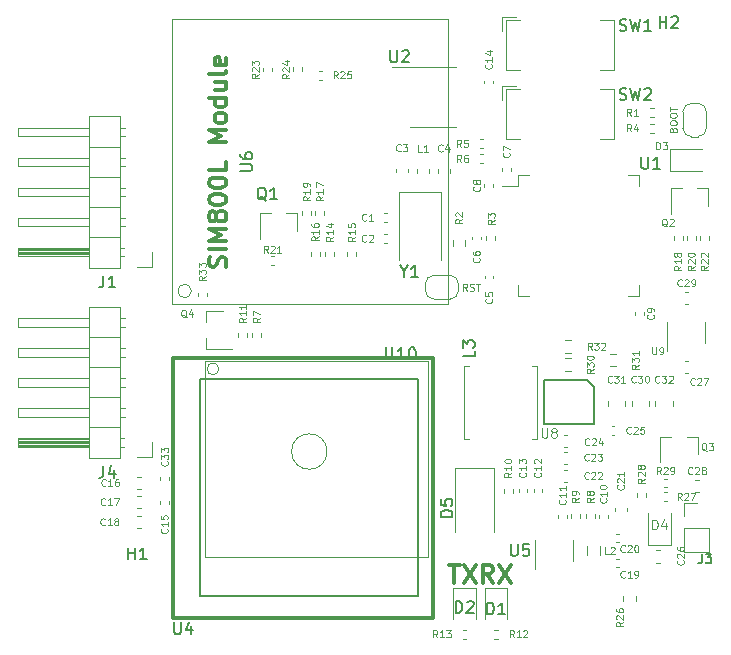
<source format=gbr>
%TF.GenerationSoftware,KiCad,Pcbnew,(5.1.9)-1*%
%TF.CreationDate,2021-03-08T10:45:14+00:00*%
%TF.ProjectId,gps_tracker_basic,6770735f-7472-4616-936b-65725f626173,1.0*%
%TF.SameCoordinates,Original*%
%TF.FileFunction,Legend,Top*%
%TF.FilePolarity,Positive*%
%FSLAX46Y46*%
G04 Gerber Fmt 4.6, Leading zero omitted, Abs format (unit mm)*
G04 Created by KiCad (PCBNEW (5.1.9)-1) date 2021-03-08 10:45:14*
%MOMM*%
%LPD*%
G01*
G04 APERTURE LIST*
%ADD10C,0.300000*%
%ADD11C,0.120000*%
%ADD12C,0.200000*%
%ADD13C,0.150000*%
%ADD14C,0.110000*%
G04 APERTURE END LIST*
D10*
X134624000Y-118407571D02*
X134124000Y-117693285D01*
X133766857Y-118407571D02*
X133766857Y-116907571D01*
X134338285Y-116907571D01*
X134481142Y-116979000D01*
X134552571Y-117050428D01*
X134624000Y-117193285D01*
X134624000Y-117407571D01*
X134552571Y-117550428D01*
X134481142Y-117621857D01*
X134338285Y-117693285D01*
X133766857Y-117693285D01*
X135124000Y-116907571D02*
X136124000Y-118407571D01*
X136124000Y-116907571D02*
X135124000Y-118407571D01*
X130937142Y-116907571D02*
X131794285Y-116907571D01*
X131365714Y-118407571D02*
X131365714Y-116907571D01*
X132151428Y-116907571D02*
X133151428Y-118407571D01*
X133151428Y-116907571D02*
X132151428Y-118407571D01*
D11*
%TO.C,C31*%
X145819800Y-103023936D02*
X145819800Y-103478064D01*
X144349800Y-103023936D02*
X144349800Y-103478064D01*
%TO.C,C30*%
X147826400Y-103023936D02*
X147826400Y-103478064D01*
X146356400Y-103023936D02*
X146356400Y-103478064D01*
%TO.C,C32*%
X149833000Y-103023936D02*
X149833000Y-103478064D01*
X148363000Y-103023936D02*
X148363000Y-103478064D01*
%TO.C,U10*%
X129122300Y-99647600D02*
X129122300Y-116247600D01*
X110222300Y-116247600D02*
X110222300Y-99647600D01*
X129122300Y-116247600D02*
X110222300Y-116247600D01*
X110222300Y-99647600D02*
X129122300Y-99647600D01*
X111417300Y-100327600D02*
G75*
G03*
X111417300Y-100327600I-500000J0D01*
G01*
X120572300Y-107317600D02*
G75*
G03*
X120572300Y-107317600I-1500000J0D01*
G01*
D10*
%TO.C,U4*%
X129573300Y-99371700D02*
X129573300Y-121371700D01*
X129573300Y-121371700D02*
X107573300Y-121371700D01*
X107573300Y-121371700D02*
X107573300Y-99371700D01*
X107573300Y-99371700D02*
X129573300Y-99371700D01*
D12*
X128253300Y-101171700D02*
X128253300Y-119571700D01*
X128253300Y-119571700D02*
X109853300Y-119571700D01*
X109853300Y-119571700D02*
X109853300Y-101171700D01*
X109853300Y-101171700D02*
X128253300Y-101171700D01*
D11*
%TO.C,R33*%
X109653000Y-93862059D02*
X109653000Y-94169341D01*
X110413000Y-93862059D02*
X110413000Y-94169341D01*
%TO.C,R11*%
X113829300Y-97623741D02*
X113829300Y-97316459D01*
X113069300Y-97623741D02*
X113069300Y-97316459D01*
%TO.C,R7*%
X114972300Y-97623741D02*
X114972300Y-97316459D01*
X114212300Y-97623741D02*
X114212300Y-97316459D01*
%TO.C,Q4*%
X110327100Y-95445600D02*
X111787100Y-95445600D01*
X110327100Y-98605600D02*
X112487100Y-98605600D01*
X110327100Y-98605600D02*
X110327100Y-97675600D01*
X110327100Y-95445600D02*
X110327100Y-96375600D01*
%TO.C,C17*%
X104801480Y-111095200D02*
X104520320Y-111095200D01*
X104801480Y-112115200D02*
X104520320Y-112115200D01*
%TO.C,C33*%
X107179900Y-109731836D02*
X107179900Y-109516164D01*
X106459900Y-109731836D02*
X106459900Y-109516164D01*
%TO.C,C18*%
X104801480Y-112784300D02*
X104520320Y-112784300D01*
X104801480Y-113804300D02*
X104520320Y-113804300D01*
%TO.C,C16*%
X104801480Y-109456900D02*
X104520320Y-109456900D01*
X104801480Y-110476900D02*
X104520320Y-110476900D01*
%TO.C,C15*%
X106459900Y-111522764D02*
X106459900Y-111738436D01*
X107179900Y-111522764D02*
X107179900Y-111738436D01*
%TO.C,R2*%
X131240000Y-89424742D02*
X131240000Y-89899258D01*
X132285000Y-89424742D02*
X132285000Y-89899258D01*
%TO.C,R12*%
X135027641Y-122403600D02*
X134720359Y-122403600D01*
X135027641Y-123163600D02*
X134720359Y-123163600D01*
%TO.C,R26*%
X145654500Y-119523742D02*
X145654500Y-119998258D01*
X146699500Y-119523742D02*
X146699500Y-119998258D01*
%TO.C,L3*%
X132155000Y-106249400D02*
X132605000Y-106249400D01*
X138355000Y-106249400D02*
X137905000Y-106249400D01*
X138355000Y-100049400D02*
X137905000Y-100049400D01*
X138355000Y-100049400D02*
X138355000Y-106249400D01*
X132155000Y-100049400D02*
X132605000Y-100049400D01*
X132155000Y-106249400D02*
X132155000Y-100049400D01*
%TO.C,C21*%
X145975800Y-112383180D02*
X145975800Y-112102020D01*
X144955800Y-112383180D02*
X144955800Y-112102020D01*
%TO.C,C3*%
X126401100Y-83400020D02*
X126401100Y-83681180D01*
X127421100Y-83400020D02*
X127421100Y-83681180D01*
%TO.C,C1*%
X125647336Y-87143000D02*
X125431664Y-87143000D01*
X125647336Y-87863000D02*
X125431664Y-87863000D01*
%TO.C,C2*%
X125647336Y-88921000D02*
X125431664Y-88921000D01*
X125647336Y-89641000D02*
X125431664Y-89641000D01*
%TO.C,C4*%
X130964400Y-83693880D02*
X130964400Y-83412720D01*
X129944400Y-83693880D02*
X129944400Y-83412720D01*
%TO.C,C5*%
X133942500Y-92449764D02*
X133942500Y-92665436D01*
X134662500Y-92449764D02*
X134662500Y-92665436D01*
%TO.C,C6*%
X132873160Y-89122364D02*
X132873160Y-89338036D01*
X133593160Y-89122364D02*
X133593160Y-89338036D01*
%TO.C,C7*%
X135403000Y-83331164D02*
X135403000Y-83546836D01*
X136123000Y-83331164D02*
X136123000Y-83546836D01*
%TO.C,C8*%
X134599000Y-84893036D02*
X134599000Y-84677364D01*
X133879000Y-84893036D02*
X133879000Y-84677364D01*
%TO.C,C9*%
X146655200Y-95523164D02*
X146655200Y-95738836D01*
X147375200Y-95523164D02*
X147375200Y-95738836D01*
%TO.C,C10*%
X144352600Y-112909236D02*
X144352600Y-112693564D01*
X143632600Y-112909236D02*
X143632600Y-112693564D01*
%TO.C,C11*%
X140872800Y-112909236D02*
X140872800Y-112693564D01*
X140152800Y-112909236D02*
X140152800Y-112693564D01*
%TO.C,C12*%
X138790000Y-110724836D02*
X138790000Y-110509164D01*
X138070000Y-110724836D02*
X138070000Y-110509164D01*
%TO.C,C13*%
X137520000Y-110724836D02*
X137520000Y-110509164D01*
X136800000Y-110724836D02*
X136800000Y-110509164D01*
%TO.C,C14*%
X133904400Y-75927064D02*
X133904400Y-76142736D01*
X134624400Y-75927064D02*
X134624400Y-76142736D01*
%TO.C,C19*%
X145053164Y-117123800D02*
X145268836Y-117123800D01*
X145053164Y-116403800D02*
X145268836Y-116403800D01*
%TO.C,C20*%
X145053164Y-114990200D02*
X145268836Y-114990200D01*
X145053164Y-114270200D02*
X145268836Y-114270200D01*
%TO.C,C22*%
X140881980Y-108887800D02*
X140600820Y-108887800D01*
X140881980Y-109907800D02*
X140600820Y-109907800D01*
%TO.C,C23*%
X140881980Y-107389200D02*
X140600820Y-107389200D01*
X140881980Y-108409200D02*
X140600820Y-108409200D01*
%TO.C,C24*%
X140881980Y-105890600D02*
X140600820Y-105890600D01*
X140881980Y-106910600D02*
X140600820Y-106910600D01*
%TO.C,C25*%
X144672164Y-105897000D02*
X144887836Y-105897000D01*
X144672164Y-105177000D02*
X144887836Y-105177000D01*
%TO.C,C26*%
X148449420Y-116715000D02*
X148730580Y-116715000D01*
X148449420Y-115695000D02*
X148730580Y-115695000D01*
%TO.C,C27*%
X150862420Y-100649500D02*
X151143580Y-100649500D01*
X150862420Y-99629500D02*
X151143580Y-99629500D01*
%TO.C,C28*%
X151751420Y-110746000D02*
X152032580Y-110746000D01*
X151751420Y-109726000D02*
X152032580Y-109726000D01*
%TO.C,C29*%
X150862420Y-94807500D02*
X151143580Y-94807500D01*
X150862420Y-93787500D02*
X151143580Y-93787500D01*
%TO.C,D1*%
X133914000Y-118838000D02*
X133914000Y-121523000D01*
X135834000Y-118838000D02*
X133914000Y-118838000D01*
X135834000Y-121523000D02*
X135834000Y-118838000D01*
%TO.C,D2*%
X131247000Y-118838000D02*
X131247000Y-121523000D01*
X133167000Y-118838000D02*
X131247000Y-118838000D01*
X133167000Y-121523000D02*
X133167000Y-118838000D01*
%TO.C,D3*%
X149622800Y-83586200D02*
X152307800Y-83586200D01*
X149622800Y-81666200D02*
X149622800Y-83586200D01*
X152307800Y-81666200D02*
X149622800Y-81666200D01*
%TO.C,D4*%
X149677000Y-115223000D02*
X149677000Y-112538000D01*
X147757000Y-115223000D02*
X149677000Y-115223000D01*
X147757000Y-112538000D02*
X147757000Y-115223000D01*
%TO.C,D5*%
X134746000Y-108741000D02*
X134746000Y-114141000D01*
X131446000Y-108741000D02*
X131446000Y-114141000D01*
X134746000Y-108741000D02*
X131446000Y-108741000D01*
%TO.C,J1*%
X105791000Y-91694000D02*
X104521000Y-91694000D01*
X105791000Y-90424000D02*
X105791000Y-91694000D01*
X103478071Y-79884000D02*
X103081000Y-79884000D01*
X103478071Y-80644000D02*
X103081000Y-80644000D01*
X94421000Y-79884000D02*
X100421000Y-79884000D01*
X94421000Y-80644000D02*
X94421000Y-79884000D01*
X100421000Y-80644000D02*
X94421000Y-80644000D01*
X103081000Y-81534000D02*
X100421000Y-81534000D01*
X103478071Y-82424000D02*
X103081000Y-82424000D01*
X103478071Y-83184000D02*
X103081000Y-83184000D01*
X94421000Y-82424000D02*
X100421000Y-82424000D01*
X94421000Y-83184000D02*
X94421000Y-82424000D01*
X100421000Y-83184000D02*
X94421000Y-83184000D01*
X103081000Y-84074000D02*
X100421000Y-84074000D01*
X103478071Y-84964000D02*
X103081000Y-84964000D01*
X103478071Y-85724000D02*
X103081000Y-85724000D01*
X94421000Y-84964000D02*
X100421000Y-84964000D01*
X94421000Y-85724000D02*
X94421000Y-84964000D01*
X100421000Y-85724000D02*
X94421000Y-85724000D01*
X103081000Y-86614000D02*
X100421000Y-86614000D01*
X103478071Y-87504000D02*
X103081000Y-87504000D01*
X103478071Y-88264000D02*
X103081000Y-88264000D01*
X94421000Y-87504000D02*
X100421000Y-87504000D01*
X94421000Y-88264000D02*
X94421000Y-87504000D01*
X100421000Y-88264000D02*
X94421000Y-88264000D01*
X103081000Y-89154000D02*
X100421000Y-89154000D01*
X103411000Y-90044000D02*
X103081000Y-90044000D01*
X103411000Y-90804000D02*
X103081000Y-90804000D01*
X100421000Y-90144000D02*
X94421000Y-90144000D01*
X100421000Y-90264000D02*
X94421000Y-90264000D01*
X100421000Y-90384000D02*
X94421000Y-90384000D01*
X100421000Y-90504000D02*
X94421000Y-90504000D01*
X100421000Y-90624000D02*
X94421000Y-90624000D01*
X100421000Y-90744000D02*
X94421000Y-90744000D01*
X94421000Y-90044000D02*
X100421000Y-90044000D01*
X94421000Y-90804000D02*
X94421000Y-90044000D01*
X100421000Y-90804000D02*
X94421000Y-90804000D01*
X100421000Y-91754000D02*
X103081000Y-91754000D01*
X100421000Y-78934000D02*
X100421000Y-91754000D01*
X103081000Y-78934000D02*
X100421000Y-78934000D01*
X103081000Y-91754000D02*
X103081000Y-78934000D01*
%TO.C,J3*%
X150832000Y-111716000D02*
X151892000Y-111716000D01*
X150832000Y-112776000D02*
X150832000Y-111716000D01*
X150832000Y-113776000D02*
X152952000Y-113776000D01*
X152952000Y-113776000D02*
X152952000Y-115836000D01*
X150832000Y-113776000D02*
X150832000Y-115836000D01*
X150832000Y-115836000D02*
X152952000Y-115836000D01*
%TO.C,J4*%
X105791000Y-107823000D02*
X104521000Y-107823000D01*
X105791000Y-106553000D02*
X105791000Y-107823000D01*
X103478071Y-96013000D02*
X103081000Y-96013000D01*
X103478071Y-96773000D02*
X103081000Y-96773000D01*
X94421000Y-96013000D02*
X100421000Y-96013000D01*
X94421000Y-96773000D02*
X94421000Y-96013000D01*
X100421000Y-96773000D02*
X94421000Y-96773000D01*
X103081000Y-97663000D02*
X100421000Y-97663000D01*
X103478071Y-98553000D02*
X103081000Y-98553000D01*
X103478071Y-99313000D02*
X103081000Y-99313000D01*
X94421000Y-98553000D02*
X100421000Y-98553000D01*
X94421000Y-99313000D02*
X94421000Y-98553000D01*
X100421000Y-99313000D02*
X94421000Y-99313000D01*
X103081000Y-100203000D02*
X100421000Y-100203000D01*
X103478071Y-101093000D02*
X103081000Y-101093000D01*
X103478071Y-101853000D02*
X103081000Y-101853000D01*
X94421000Y-101093000D02*
X100421000Y-101093000D01*
X94421000Y-101853000D02*
X94421000Y-101093000D01*
X100421000Y-101853000D02*
X94421000Y-101853000D01*
X103081000Y-102743000D02*
X100421000Y-102743000D01*
X103478071Y-103633000D02*
X103081000Y-103633000D01*
X103478071Y-104393000D02*
X103081000Y-104393000D01*
X94421000Y-103633000D02*
X100421000Y-103633000D01*
X94421000Y-104393000D02*
X94421000Y-103633000D01*
X100421000Y-104393000D02*
X94421000Y-104393000D01*
X103081000Y-105283000D02*
X100421000Y-105283000D01*
X103411000Y-106173000D02*
X103081000Y-106173000D01*
X103411000Y-106933000D02*
X103081000Y-106933000D01*
X100421000Y-106273000D02*
X94421000Y-106273000D01*
X100421000Y-106393000D02*
X94421000Y-106393000D01*
X100421000Y-106513000D02*
X94421000Y-106513000D01*
X100421000Y-106633000D02*
X94421000Y-106633000D01*
X100421000Y-106753000D02*
X94421000Y-106753000D01*
X100421000Y-106873000D02*
X94421000Y-106873000D01*
X94421000Y-106173000D02*
X100421000Y-106173000D01*
X94421000Y-106933000D02*
X94421000Y-106173000D01*
X100421000Y-106933000D02*
X94421000Y-106933000D01*
X100421000Y-107883000D02*
X103081000Y-107883000D01*
X100421000Y-95063000D02*
X100421000Y-107883000D01*
X103081000Y-95063000D02*
X100421000Y-95063000D01*
X103081000Y-107883000D02*
X103081000Y-95063000D01*
%TO.C,BOOT*%
X150701500Y-79948000D02*
X150701500Y-78548000D01*
X151401500Y-77848000D02*
X152001500Y-77848000D01*
X152701500Y-78548000D02*
X152701500Y-79948000D01*
X152001500Y-80648000D02*
X151401500Y-80648000D01*
X151401500Y-80648000D02*
G75*
G02*
X150701500Y-79948000I0J700000D01*
G01*
X152701500Y-79948000D02*
G75*
G02*
X152001500Y-80648000I-700000J0D01*
G01*
X152001500Y-77848000D02*
G75*
G02*
X152701500Y-78548000I0J-700000D01*
G01*
X150701500Y-78548000D02*
G75*
G02*
X151401500Y-77848000I700000J0D01*
G01*
%TO.C,RST*%
X129602200Y-92406100D02*
X131002200Y-92406100D01*
X131702200Y-93106100D02*
X131702200Y-93706100D01*
X131002200Y-94406100D02*
X129602200Y-94406100D01*
X128902200Y-93706100D02*
X128902200Y-93106100D01*
X128902200Y-93106100D02*
G75*
G02*
X129602200Y-92406100I700000J0D01*
G01*
X129602200Y-94406100D02*
G75*
G02*
X128902200Y-93706100I0J700000D01*
G01*
X131702200Y-93706100D02*
G75*
G02*
X131002200Y-94406100I-700000J0D01*
G01*
X131002200Y-92406100D02*
G75*
G02*
X131702200Y-93106100I0J-700000D01*
G01*
%TO.C,L1*%
X128166400Y-83390521D02*
X128166400Y-83716079D01*
X129186400Y-83390521D02*
X129186400Y-83716079D01*
%TO.C,L2*%
X143689000Y-116096622D02*
X143689000Y-115297378D01*
X142569000Y-116096622D02*
X142569000Y-115297378D01*
%TO.C,Q1*%
X118039000Y-87149400D02*
X118039000Y-88609400D01*
X114879000Y-87149400D02*
X114879000Y-89309400D01*
X114879000Y-87149400D02*
X115809000Y-87149400D01*
X118039000Y-87149400D02*
X117109000Y-87149400D01*
%TO.C,Q2*%
X152837000Y-85041200D02*
X152837000Y-86501200D01*
X149677000Y-85041200D02*
X149677000Y-87201200D01*
X149677000Y-85041200D02*
X150607000Y-85041200D01*
X152837000Y-85041200D02*
X151907000Y-85041200D01*
%TO.C,Q3*%
X151948000Y-106047000D02*
X151948000Y-107507000D01*
X148788000Y-106047000D02*
X148788000Y-108207000D01*
X148788000Y-106047000D02*
X149718000Y-106047000D01*
X151948000Y-106047000D02*
X151018000Y-106047000D01*
%TO.C,R1*%
X147928359Y-78993000D02*
X148235641Y-78993000D01*
X147928359Y-78233000D02*
X148235641Y-78233000D01*
%TO.C,R3*%
X134822200Y-89383841D02*
X134822200Y-89076559D01*
X134062200Y-89383841D02*
X134062200Y-89076559D01*
%TO.C,R4*%
X148235641Y-79566500D02*
X147928359Y-79566500D01*
X148235641Y-80326500D02*
X147928359Y-80326500D01*
%TO.C,R5*%
X133501159Y-81634600D02*
X133808441Y-81634600D01*
X133501159Y-80874600D02*
X133808441Y-80874600D01*
%TO.C,R6*%
X133501159Y-82904600D02*
X133808441Y-82904600D01*
X133501159Y-82144600D02*
X133808441Y-82144600D01*
%TO.C,R8*%
X142495000Y-112622359D02*
X142495000Y-112929641D01*
X143255000Y-112622359D02*
X143255000Y-112929641D01*
%TO.C,R9*%
X141225000Y-112622359D02*
X141225000Y-112929641D01*
X141985000Y-112622359D02*
X141985000Y-112929641D01*
%TO.C,R10*%
X135535400Y-110488759D02*
X135535400Y-110796041D01*
X136295400Y-110488759D02*
X136295400Y-110796041D01*
%TO.C,R13*%
X132053359Y-123163600D02*
X132360641Y-123163600D01*
X132053359Y-122403600D02*
X132360641Y-122403600D01*
%TO.C,R14*%
X120422400Y-90448159D02*
X120422400Y-90755441D01*
X121182400Y-90448159D02*
X121182400Y-90755441D01*
%TO.C,R15*%
X122302000Y-90448159D02*
X122302000Y-90755441D01*
X123062000Y-90448159D02*
X123062000Y-90755441D01*
%TO.C,R16*%
X119203200Y-90448159D02*
X119203200Y-90755441D01*
X119963200Y-90448159D02*
X119963200Y-90755441D01*
%TO.C,R17*%
X119584200Y-86993759D02*
X119584200Y-87301041D01*
X120344200Y-86993759D02*
X120344200Y-87301041D01*
%TO.C,R18*%
X149911800Y-89101959D02*
X149911800Y-89409241D01*
X150671800Y-89101959D02*
X150671800Y-89409241D01*
%TO.C,R19*%
X118415800Y-86993759D02*
X118415800Y-87301041D01*
X119175800Y-86993759D02*
X119175800Y-87301041D01*
%TO.C,R20*%
X151054800Y-89101959D02*
X151054800Y-89409241D01*
X151814800Y-89101959D02*
X151814800Y-89409241D01*
%TO.C,R21*%
X115797359Y-91515200D02*
X116104641Y-91515200D01*
X115797359Y-90755200D02*
X116104641Y-90755200D01*
%TO.C,R22*%
X152147000Y-89101959D02*
X152147000Y-89409241D01*
X152907000Y-89101959D02*
X152907000Y-89409241D01*
%TO.C,R23*%
X115190000Y-74827159D02*
X115190000Y-75134441D01*
X115950000Y-74827159D02*
X115950000Y-75134441D01*
%TO.C,R24*%
X117730000Y-74801759D02*
X117730000Y-75109041D01*
X118490000Y-74801759D02*
X118490000Y-75109041D01*
%TO.C,R25*%
X120168641Y-75083400D02*
X119861359Y-75083400D01*
X120168641Y-75843400D02*
X119861359Y-75843400D01*
%TO.C,R27*%
X149071359Y-111505000D02*
X149378641Y-111505000D01*
X149071359Y-110745000D02*
X149378641Y-110745000D01*
%TO.C,R28*%
X147573000Y-111151641D02*
X147573000Y-110844359D01*
X146813000Y-111151641D02*
X146813000Y-110844359D01*
%TO.C,R29*%
X149378641Y-109602000D02*
X149071359Y-109602000D01*
X149378641Y-110362000D02*
X149071359Y-110362000D01*
%TO.C,R30*%
X140732742Y-100471500D02*
X141207258Y-100471500D01*
X140732742Y-99426500D02*
X141207258Y-99426500D01*
%TO.C,R31*%
X144542742Y-100090500D02*
X145017258Y-100090500D01*
X144542742Y-99045500D02*
X145017258Y-99045500D01*
%TO.C,R32*%
X140732742Y-98947500D02*
X141207258Y-98947500D01*
X140732742Y-97902500D02*
X141207258Y-97902500D01*
%TO.C,SW1*%
X136895000Y-70797000D02*
X135695000Y-70797000D01*
X135695000Y-70797000D02*
X135695000Y-74997000D01*
X135695000Y-74997000D02*
X136895000Y-74997000D01*
X143695000Y-70797000D02*
X144895000Y-70797000D01*
X144895000Y-70797000D02*
X144895000Y-74997000D01*
X144895000Y-74997000D02*
X143695000Y-74997000D01*
X136595000Y-70497000D02*
X135395000Y-70497000D01*
X135395000Y-70497000D02*
X135395000Y-71697000D01*
%TO.C,SW2*%
X136895000Y-76639000D02*
X135695000Y-76639000D01*
X135695000Y-76639000D02*
X135695000Y-80839000D01*
X135695000Y-80839000D02*
X136895000Y-80839000D01*
X143695000Y-76639000D02*
X144895000Y-76639000D01*
X144895000Y-76639000D02*
X144895000Y-80839000D01*
X144895000Y-80839000D02*
X143695000Y-80839000D01*
X136595000Y-76339000D02*
X135395000Y-76339000D01*
X135395000Y-76339000D02*
X135395000Y-77539000D01*
%TO.C,U1*%
X136749000Y-84867000D02*
X135409000Y-84867000D01*
X136749000Y-83917000D02*
X136749000Y-84867000D01*
X137699000Y-83917000D02*
X136749000Y-83917000D01*
X146969000Y-83917000D02*
X146969000Y-84867000D01*
X146019000Y-83917000D02*
X146969000Y-83917000D01*
X136749000Y-94137000D02*
X136749000Y-93187000D01*
X137699000Y-94137000D02*
X136749000Y-94137000D01*
X146969000Y-94137000D02*
X146969000Y-93187000D01*
X146019000Y-94137000D02*
X146969000Y-94137000D01*
%TO.C,U2*%
X129514600Y-74744900D02*
X126064600Y-74744900D01*
X129514600Y-74744900D02*
X131464600Y-74744900D01*
X129514600Y-79864900D02*
X127564600Y-79864900D01*
X129514600Y-79864900D02*
X131464600Y-79864900D01*
%TO.C,U5*%
X138217000Y-114797000D02*
X138217000Y-117247000D01*
X141437000Y-116597000D02*
X141437000Y-114797000D01*
%TO.C,U6*%
X107442000Y-94869000D02*
X107442000Y-70739000D01*
X107442000Y-70739000D02*
X130810000Y-70739000D01*
X130810000Y-94869000D02*
X130810000Y-70739000D01*
X130810000Y-94869000D02*
X107442000Y-94869000D01*
X109085922Y-93726000D02*
G75*
G03*
X109085922Y-93726000I-567961J0D01*
G01*
D13*
%TO.C,U8*%
X142582900Y-101269400D02*
X143183900Y-101879400D01*
X138933900Y-101269400D02*
X138933900Y-105029400D01*
X143183900Y-101879400D02*
X143183900Y-105029400D01*
X142582900Y-101269400D02*
X138933900Y-101269400D01*
X143183900Y-105029400D02*
X138933900Y-105029400D01*
D11*
%TO.C,U9*%
X149393000Y-96318500D02*
X149393000Y-98768500D01*
X152613000Y-98118500D02*
X152613000Y-96318500D01*
%TO.C,Y1*%
X126660500Y-85342000D02*
X126660500Y-91092000D01*
X130260500Y-85342000D02*
X126660500Y-85342000D01*
X130260500Y-91092000D02*
X130260500Y-85342000D01*
%TD*%
%TO.C,C31*%
X144699085Y-101433285D02*
X144670514Y-101461857D01*
X144584800Y-101490428D01*
X144527657Y-101490428D01*
X144441942Y-101461857D01*
X144384800Y-101404714D01*
X144356228Y-101347571D01*
X144327657Y-101233285D01*
X144327657Y-101147571D01*
X144356228Y-101033285D01*
X144384800Y-100976142D01*
X144441942Y-100919000D01*
X144527657Y-100890428D01*
X144584800Y-100890428D01*
X144670514Y-100919000D01*
X144699085Y-100947571D01*
X144899085Y-100890428D02*
X145270514Y-100890428D01*
X145070514Y-101119000D01*
X145156228Y-101119000D01*
X145213371Y-101147571D01*
X145241942Y-101176142D01*
X145270514Y-101233285D01*
X145270514Y-101376142D01*
X145241942Y-101433285D01*
X145213371Y-101461857D01*
X145156228Y-101490428D01*
X144984800Y-101490428D01*
X144927657Y-101461857D01*
X144899085Y-101433285D01*
X145841942Y-101490428D02*
X145499085Y-101490428D01*
X145670514Y-101490428D02*
X145670514Y-100890428D01*
X145613371Y-100976142D01*
X145556228Y-101033285D01*
X145499085Y-101061857D01*
%TO.C,C30*%
X146705685Y-101433285D02*
X146677114Y-101461857D01*
X146591400Y-101490428D01*
X146534257Y-101490428D01*
X146448542Y-101461857D01*
X146391400Y-101404714D01*
X146362828Y-101347571D01*
X146334257Y-101233285D01*
X146334257Y-101147571D01*
X146362828Y-101033285D01*
X146391400Y-100976142D01*
X146448542Y-100919000D01*
X146534257Y-100890428D01*
X146591400Y-100890428D01*
X146677114Y-100919000D01*
X146705685Y-100947571D01*
X146905685Y-100890428D02*
X147277114Y-100890428D01*
X147077114Y-101119000D01*
X147162828Y-101119000D01*
X147219971Y-101147571D01*
X147248542Y-101176142D01*
X147277114Y-101233285D01*
X147277114Y-101376142D01*
X147248542Y-101433285D01*
X147219971Y-101461857D01*
X147162828Y-101490428D01*
X146991400Y-101490428D01*
X146934257Y-101461857D01*
X146905685Y-101433285D01*
X147648542Y-100890428D02*
X147705685Y-100890428D01*
X147762828Y-100919000D01*
X147791400Y-100947571D01*
X147819971Y-101004714D01*
X147848542Y-101119000D01*
X147848542Y-101261857D01*
X147819971Y-101376142D01*
X147791400Y-101433285D01*
X147762828Y-101461857D01*
X147705685Y-101490428D01*
X147648542Y-101490428D01*
X147591400Y-101461857D01*
X147562828Y-101433285D01*
X147534257Y-101376142D01*
X147505685Y-101261857D01*
X147505685Y-101119000D01*
X147534257Y-101004714D01*
X147562828Y-100947571D01*
X147591400Y-100919000D01*
X147648542Y-100890428D01*
%TO.C,C32*%
X148712285Y-101433285D02*
X148683714Y-101461857D01*
X148598000Y-101490428D01*
X148540857Y-101490428D01*
X148455142Y-101461857D01*
X148398000Y-101404714D01*
X148369428Y-101347571D01*
X148340857Y-101233285D01*
X148340857Y-101147571D01*
X148369428Y-101033285D01*
X148398000Y-100976142D01*
X148455142Y-100919000D01*
X148540857Y-100890428D01*
X148598000Y-100890428D01*
X148683714Y-100919000D01*
X148712285Y-100947571D01*
X148912285Y-100890428D02*
X149283714Y-100890428D01*
X149083714Y-101119000D01*
X149169428Y-101119000D01*
X149226571Y-101147571D01*
X149255142Y-101176142D01*
X149283714Y-101233285D01*
X149283714Y-101376142D01*
X149255142Y-101433285D01*
X149226571Y-101461857D01*
X149169428Y-101490428D01*
X148998000Y-101490428D01*
X148940857Y-101461857D01*
X148912285Y-101433285D01*
X149512285Y-100947571D02*
X149540857Y-100919000D01*
X149598000Y-100890428D01*
X149740857Y-100890428D01*
X149798000Y-100919000D01*
X149826571Y-100947571D01*
X149855142Y-101004714D01*
X149855142Y-101061857D01*
X149826571Y-101147571D01*
X149483714Y-101490428D01*
X149855142Y-101490428D01*
%TO.C,U10*%
D13*
X125546204Y-98509980D02*
X125546204Y-99319504D01*
X125593823Y-99414742D01*
X125641442Y-99462361D01*
X125736680Y-99509980D01*
X125927157Y-99509980D01*
X126022395Y-99462361D01*
X126070014Y-99414742D01*
X126117633Y-99319504D01*
X126117633Y-98509980D01*
X127117633Y-99509980D02*
X126546204Y-99509980D01*
X126831919Y-99509980D02*
X126831919Y-98509980D01*
X126736680Y-98652838D01*
X126641442Y-98748076D01*
X126546204Y-98795695D01*
X127736680Y-98509980D02*
X127831919Y-98509980D01*
X127927157Y-98557600D01*
X127974776Y-98605219D01*
X128022395Y-98700457D01*
X128070014Y-98890933D01*
X128070014Y-99129028D01*
X128022395Y-99319504D01*
X127974776Y-99414742D01*
X127927157Y-99462361D01*
X127831919Y-99509980D01*
X127736680Y-99509980D01*
X127641442Y-99462361D01*
X127593823Y-99414742D01*
X127546204Y-99319504D01*
X127498585Y-99129028D01*
X127498585Y-98890933D01*
X127546204Y-98700457D01*
X127593823Y-98605219D01*
X127641442Y-98557600D01*
X127736680Y-98509980D01*
%TO.C,U4*%
X107620095Y-121776380D02*
X107620095Y-122585904D01*
X107667714Y-122681142D01*
X107715333Y-122728761D01*
X107810571Y-122776380D01*
X108001047Y-122776380D01*
X108096285Y-122728761D01*
X108143904Y-122681142D01*
X108191523Y-122585904D01*
X108191523Y-121776380D01*
X109096285Y-122109714D02*
X109096285Y-122776380D01*
X108858190Y-121728761D02*
X108620095Y-122443047D01*
X109239142Y-122443047D01*
%TO.C,R33*%
D11*
X110304428Y-92483714D02*
X110018714Y-92683714D01*
X110304428Y-92826571D02*
X109704428Y-92826571D01*
X109704428Y-92598000D01*
X109733000Y-92540857D01*
X109761571Y-92512285D01*
X109818714Y-92483714D01*
X109904428Y-92483714D01*
X109961571Y-92512285D01*
X109990142Y-92540857D01*
X110018714Y-92598000D01*
X110018714Y-92826571D01*
X109704428Y-92283714D02*
X109704428Y-91912285D01*
X109933000Y-92112285D01*
X109933000Y-92026571D01*
X109961571Y-91969428D01*
X109990142Y-91940857D01*
X110047285Y-91912285D01*
X110190142Y-91912285D01*
X110247285Y-91940857D01*
X110275857Y-91969428D01*
X110304428Y-92026571D01*
X110304428Y-92198000D01*
X110275857Y-92255142D01*
X110247285Y-92283714D01*
X109704428Y-91712285D02*
X109704428Y-91340857D01*
X109933000Y-91540857D01*
X109933000Y-91455142D01*
X109961571Y-91398000D01*
X109990142Y-91369428D01*
X110047285Y-91340857D01*
X110190142Y-91340857D01*
X110247285Y-91369428D01*
X110275857Y-91398000D01*
X110304428Y-91455142D01*
X110304428Y-91626571D01*
X110275857Y-91683714D01*
X110247285Y-91712285D01*
%TO.C,R11*%
X113720728Y-96014314D02*
X113435014Y-96214314D01*
X113720728Y-96357171D02*
X113120728Y-96357171D01*
X113120728Y-96128600D01*
X113149300Y-96071457D01*
X113177871Y-96042885D01*
X113235014Y-96014314D01*
X113320728Y-96014314D01*
X113377871Y-96042885D01*
X113406442Y-96071457D01*
X113435014Y-96128600D01*
X113435014Y-96357171D01*
X113720728Y-95442885D02*
X113720728Y-95785742D01*
X113720728Y-95614314D02*
X113120728Y-95614314D01*
X113206442Y-95671457D01*
X113263585Y-95728600D01*
X113292157Y-95785742D01*
X113720728Y-94871457D02*
X113720728Y-95214314D01*
X113720728Y-95042885D02*
X113120728Y-95042885D01*
X113206442Y-95100028D01*
X113263585Y-95157171D01*
X113292157Y-95214314D01*
%TO.C,R7*%
X114889128Y-95995300D02*
X114603414Y-96195300D01*
X114889128Y-96338157D02*
X114289128Y-96338157D01*
X114289128Y-96109585D01*
X114317700Y-96052442D01*
X114346271Y-96023871D01*
X114403414Y-95995300D01*
X114489128Y-95995300D01*
X114546271Y-96023871D01*
X114574842Y-96052442D01*
X114603414Y-96109585D01*
X114603414Y-96338157D01*
X114289128Y-95795300D02*
X114289128Y-95395300D01*
X114889128Y-95652442D01*
%TO.C,Q4*%
X108680457Y-95969871D02*
X108623314Y-95941300D01*
X108566171Y-95884157D01*
X108480457Y-95798442D01*
X108423314Y-95769871D01*
X108366171Y-95769871D01*
X108394742Y-95912728D02*
X108337600Y-95884157D01*
X108280457Y-95827014D01*
X108251885Y-95712728D01*
X108251885Y-95512728D01*
X108280457Y-95398442D01*
X108337600Y-95341300D01*
X108394742Y-95312728D01*
X108509028Y-95312728D01*
X108566171Y-95341300D01*
X108623314Y-95398442D01*
X108651885Y-95512728D01*
X108651885Y-95712728D01*
X108623314Y-95827014D01*
X108566171Y-95884157D01*
X108509028Y-95912728D01*
X108394742Y-95912728D01*
X109166171Y-95512728D02*
X109166171Y-95912728D01*
X109023314Y-95284157D02*
X108880457Y-95712728D01*
X109251885Y-95712728D01*
%TO.C,C17*%
X101785985Y-111819485D02*
X101757414Y-111848057D01*
X101671700Y-111876628D01*
X101614557Y-111876628D01*
X101528842Y-111848057D01*
X101471700Y-111790914D01*
X101443128Y-111733771D01*
X101414557Y-111619485D01*
X101414557Y-111533771D01*
X101443128Y-111419485D01*
X101471700Y-111362342D01*
X101528842Y-111305200D01*
X101614557Y-111276628D01*
X101671700Y-111276628D01*
X101757414Y-111305200D01*
X101785985Y-111333771D01*
X102357414Y-111876628D02*
X102014557Y-111876628D01*
X102185985Y-111876628D02*
X102185985Y-111276628D01*
X102128842Y-111362342D01*
X102071700Y-111419485D01*
X102014557Y-111448057D01*
X102557414Y-111276628D02*
X102957414Y-111276628D01*
X102700271Y-111876628D01*
%TO.C,C33*%
X107046885Y-108142814D02*
X107075457Y-108171385D01*
X107104028Y-108257100D01*
X107104028Y-108314242D01*
X107075457Y-108399957D01*
X107018314Y-108457100D01*
X106961171Y-108485671D01*
X106846885Y-108514242D01*
X106761171Y-108514242D01*
X106646885Y-108485671D01*
X106589742Y-108457100D01*
X106532600Y-108399957D01*
X106504028Y-108314242D01*
X106504028Y-108257100D01*
X106532600Y-108171385D01*
X106561171Y-108142814D01*
X106504028Y-107942814D02*
X106504028Y-107571385D01*
X106732600Y-107771385D01*
X106732600Y-107685671D01*
X106761171Y-107628528D01*
X106789742Y-107599957D01*
X106846885Y-107571385D01*
X106989742Y-107571385D01*
X107046885Y-107599957D01*
X107075457Y-107628528D01*
X107104028Y-107685671D01*
X107104028Y-107857100D01*
X107075457Y-107914242D01*
X107046885Y-107942814D01*
X106504028Y-107371385D02*
X106504028Y-106999957D01*
X106732600Y-107199957D01*
X106732600Y-107114242D01*
X106761171Y-107057100D01*
X106789742Y-107028528D01*
X106846885Y-106999957D01*
X106989742Y-106999957D01*
X107046885Y-107028528D01*
X107075457Y-107057100D01*
X107104028Y-107114242D01*
X107104028Y-107285671D01*
X107075457Y-107342814D01*
X107046885Y-107371385D01*
%TO.C,C18*%
X101760585Y-113508585D02*
X101732014Y-113537157D01*
X101646300Y-113565728D01*
X101589157Y-113565728D01*
X101503442Y-113537157D01*
X101446300Y-113480014D01*
X101417728Y-113422871D01*
X101389157Y-113308585D01*
X101389157Y-113222871D01*
X101417728Y-113108585D01*
X101446300Y-113051442D01*
X101503442Y-112994300D01*
X101589157Y-112965728D01*
X101646300Y-112965728D01*
X101732014Y-112994300D01*
X101760585Y-113022871D01*
X102332014Y-113565728D02*
X101989157Y-113565728D01*
X102160585Y-113565728D02*
X102160585Y-112965728D01*
X102103442Y-113051442D01*
X102046300Y-113108585D01*
X101989157Y-113137157D01*
X102674871Y-113222871D02*
X102617728Y-113194300D01*
X102589157Y-113165728D01*
X102560585Y-113108585D01*
X102560585Y-113080014D01*
X102589157Y-113022871D01*
X102617728Y-112994300D01*
X102674871Y-112965728D01*
X102789157Y-112965728D01*
X102846300Y-112994300D01*
X102874871Y-113022871D01*
X102903442Y-113080014D01*
X102903442Y-113108585D01*
X102874871Y-113165728D01*
X102846300Y-113194300D01*
X102789157Y-113222871D01*
X102674871Y-113222871D01*
X102617728Y-113251442D01*
X102589157Y-113280014D01*
X102560585Y-113337157D01*
X102560585Y-113451442D01*
X102589157Y-113508585D01*
X102617728Y-113537157D01*
X102674871Y-113565728D01*
X102789157Y-113565728D01*
X102846300Y-113537157D01*
X102874871Y-113508585D01*
X102903442Y-113451442D01*
X102903442Y-113337157D01*
X102874871Y-113280014D01*
X102846300Y-113251442D01*
X102789157Y-113222871D01*
%TO.C,C16*%
X101824085Y-110181185D02*
X101795514Y-110209757D01*
X101709800Y-110238328D01*
X101652657Y-110238328D01*
X101566942Y-110209757D01*
X101509800Y-110152614D01*
X101481228Y-110095471D01*
X101452657Y-109981185D01*
X101452657Y-109895471D01*
X101481228Y-109781185D01*
X101509800Y-109724042D01*
X101566942Y-109666900D01*
X101652657Y-109638328D01*
X101709800Y-109638328D01*
X101795514Y-109666900D01*
X101824085Y-109695471D01*
X102395514Y-110238328D02*
X102052657Y-110238328D01*
X102224085Y-110238328D02*
X102224085Y-109638328D01*
X102166942Y-109724042D01*
X102109800Y-109781185D01*
X102052657Y-109809757D01*
X102909800Y-109638328D02*
X102795514Y-109638328D01*
X102738371Y-109666900D01*
X102709800Y-109695471D01*
X102652657Y-109781185D01*
X102624085Y-109895471D01*
X102624085Y-110124042D01*
X102652657Y-110181185D01*
X102681228Y-110209757D01*
X102738371Y-110238328D01*
X102852657Y-110238328D01*
X102909800Y-110209757D01*
X102938371Y-110181185D01*
X102966942Y-110124042D01*
X102966942Y-109981185D01*
X102938371Y-109924042D01*
X102909800Y-109895471D01*
X102852657Y-109866900D01*
X102738371Y-109866900D01*
X102681228Y-109895471D01*
X102652657Y-109924042D01*
X102624085Y-109981185D01*
%TO.C,C15*%
X107034185Y-113857814D02*
X107062757Y-113886385D01*
X107091328Y-113972100D01*
X107091328Y-114029242D01*
X107062757Y-114114957D01*
X107005614Y-114172100D01*
X106948471Y-114200671D01*
X106834185Y-114229242D01*
X106748471Y-114229242D01*
X106634185Y-114200671D01*
X106577042Y-114172100D01*
X106519900Y-114114957D01*
X106491328Y-114029242D01*
X106491328Y-113972100D01*
X106519900Y-113886385D01*
X106548471Y-113857814D01*
X107091328Y-113286385D02*
X107091328Y-113629242D01*
X107091328Y-113457814D02*
X106491328Y-113457814D01*
X106577042Y-113514957D01*
X106634185Y-113572100D01*
X106662757Y-113629242D01*
X106491328Y-112743528D02*
X106491328Y-113029242D01*
X106777042Y-113057814D01*
X106748471Y-113029242D01*
X106719900Y-112972100D01*
X106719900Y-112829242D01*
X106748471Y-112772100D01*
X106777042Y-112743528D01*
X106834185Y-112714957D01*
X106977042Y-112714957D01*
X107034185Y-112743528D01*
X107062757Y-112772100D01*
X107091328Y-112829242D01*
X107091328Y-112972100D01*
X107062757Y-113029242D01*
X107034185Y-113057814D01*
%TO.C,R2*%
X132033928Y-87626000D02*
X131748214Y-87826000D01*
X132033928Y-87968857D02*
X131433928Y-87968857D01*
X131433928Y-87740285D01*
X131462500Y-87683142D01*
X131491071Y-87654571D01*
X131548214Y-87626000D01*
X131633928Y-87626000D01*
X131691071Y-87654571D01*
X131719642Y-87683142D01*
X131748214Y-87740285D01*
X131748214Y-87968857D01*
X131491071Y-87397428D02*
X131462500Y-87368857D01*
X131433928Y-87311714D01*
X131433928Y-87168857D01*
X131462500Y-87111714D01*
X131491071Y-87083142D01*
X131548214Y-87054571D01*
X131605357Y-87054571D01*
X131691071Y-87083142D01*
X132033928Y-87426000D01*
X132033928Y-87054571D01*
%TO.C,R12*%
X136393285Y-123055028D02*
X136193285Y-122769314D01*
X136050428Y-123055028D02*
X136050428Y-122455028D01*
X136279000Y-122455028D01*
X136336142Y-122483600D01*
X136364714Y-122512171D01*
X136393285Y-122569314D01*
X136393285Y-122655028D01*
X136364714Y-122712171D01*
X136336142Y-122740742D01*
X136279000Y-122769314D01*
X136050428Y-122769314D01*
X136964714Y-123055028D02*
X136621857Y-123055028D01*
X136793285Y-123055028D02*
X136793285Y-122455028D01*
X136736142Y-122540742D01*
X136679000Y-122597885D01*
X136621857Y-122626457D01*
X137193285Y-122512171D02*
X137221857Y-122483600D01*
X137279000Y-122455028D01*
X137421857Y-122455028D01*
X137479000Y-122483600D01*
X137507571Y-122512171D01*
X137536142Y-122569314D01*
X137536142Y-122626457D01*
X137507571Y-122712171D01*
X137164714Y-123055028D01*
X137536142Y-123055028D01*
%TO.C,H2*%
D13*
X148738095Y-71452380D02*
X148738095Y-70452380D01*
X148738095Y-70928571D02*
X149309523Y-70928571D01*
X149309523Y-71452380D02*
X149309523Y-70452380D01*
X149738095Y-70547619D02*
X149785714Y-70500000D01*
X149880952Y-70452380D01*
X150119047Y-70452380D01*
X150214285Y-70500000D01*
X150261904Y-70547619D01*
X150309523Y-70642857D01*
X150309523Y-70738095D01*
X150261904Y-70880952D01*
X149690476Y-71452380D01*
X150309523Y-71452380D01*
%TO.C,H1*%
X103738095Y-116452380D02*
X103738095Y-115452380D01*
X103738095Y-115928571D02*
X104309523Y-115928571D01*
X104309523Y-116452380D02*
X104309523Y-115452380D01*
X105309523Y-116452380D02*
X104738095Y-116452380D01*
X105023809Y-116452380D02*
X105023809Y-115452380D01*
X104928571Y-115595238D01*
X104833333Y-115690476D01*
X104738095Y-115738095D01*
%TO.C,R26*%
D11*
X145635828Y-121744514D02*
X145350114Y-121944514D01*
X145635828Y-122087371D02*
X145035828Y-122087371D01*
X145035828Y-121858800D01*
X145064400Y-121801657D01*
X145092971Y-121773085D01*
X145150114Y-121744514D01*
X145235828Y-121744514D01*
X145292971Y-121773085D01*
X145321542Y-121801657D01*
X145350114Y-121858800D01*
X145350114Y-122087371D01*
X145092971Y-121515942D02*
X145064400Y-121487371D01*
X145035828Y-121430228D01*
X145035828Y-121287371D01*
X145064400Y-121230228D01*
X145092971Y-121201657D01*
X145150114Y-121173085D01*
X145207257Y-121173085D01*
X145292971Y-121201657D01*
X145635828Y-121544514D01*
X145635828Y-121173085D01*
X145035828Y-120658800D02*
X145035828Y-120773085D01*
X145064400Y-120830228D01*
X145092971Y-120858800D01*
X145178685Y-120915942D01*
X145292971Y-120944514D01*
X145521542Y-120944514D01*
X145578685Y-120915942D01*
X145607257Y-120887371D01*
X145635828Y-120830228D01*
X145635828Y-120715942D01*
X145607257Y-120658800D01*
X145578685Y-120630228D01*
X145521542Y-120601657D01*
X145378685Y-120601657D01*
X145321542Y-120630228D01*
X145292971Y-120658800D01*
X145264400Y-120715942D01*
X145264400Y-120830228D01*
X145292971Y-120887371D01*
X145321542Y-120915942D01*
X145378685Y-120944514D01*
%TO.C,L3*%
D13*
X133065780Y-98769466D02*
X133065780Y-99245657D01*
X132065780Y-99245657D01*
X132065780Y-98531371D02*
X132065780Y-97912323D01*
X132446733Y-98245657D01*
X132446733Y-98102800D01*
X132494352Y-98007561D01*
X132541971Y-97959942D01*
X132637209Y-97912323D01*
X132875304Y-97912323D01*
X132970542Y-97959942D01*
X133018161Y-98007561D01*
X133065780Y-98102800D01*
X133065780Y-98388514D01*
X133018161Y-98483752D01*
X132970542Y-98531371D01*
%TO.C,C21*%
D11*
X145654685Y-110164514D02*
X145683257Y-110193085D01*
X145711828Y-110278800D01*
X145711828Y-110335942D01*
X145683257Y-110421657D01*
X145626114Y-110478800D01*
X145568971Y-110507371D01*
X145454685Y-110535942D01*
X145368971Y-110535942D01*
X145254685Y-110507371D01*
X145197542Y-110478800D01*
X145140400Y-110421657D01*
X145111828Y-110335942D01*
X145111828Y-110278800D01*
X145140400Y-110193085D01*
X145168971Y-110164514D01*
X145168971Y-109935942D02*
X145140400Y-109907371D01*
X145111828Y-109850228D01*
X145111828Y-109707371D01*
X145140400Y-109650228D01*
X145168971Y-109621657D01*
X145226114Y-109593085D01*
X145283257Y-109593085D01*
X145368971Y-109621657D01*
X145711828Y-109964514D01*
X145711828Y-109593085D01*
X145711828Y-109021657D02*
X145711828Y-109364514D01*
X145711828Y-109193085D02*
X145111828Y-109193085D01*
X145197542Y-109250228D01*
X145254685Y-109307371D01*
X145283257Y-109364514D01*
%TO.C,C3*%
X126798400Y-81837185D02*
X126769828Y-81865757D01*
X126684114Y-81894328D01*
X126626971Y-81894328D01*
X126541257Y-81865757D01*
X126484114Y-81808614D01*
X126455542Y-81751471D01*
X126426971Y-81637185D01*
X126426971Y-81551471D01*
X126455542Y-81437185D01*
X126484114Y-81380042D01*
X126541257Y-81322900D01*
X126626971Y-81294328D01*
X126684114Y-81294328D01*
X126769828Y-81322900D01*
X126798400Y-81351471D01*
X126998400Y-81294328D02*
X127369828Y-81294328D01*
X127169828Y-81522900D01*
X127255542Y-81522900D01*
X127312685Y-81551471D01*
X127341257Y-81580042D01*
X127369828Y-81637185D01*
X127369828Y-81780042D01*
X127341257Y-81837185D01*
X127312685Y-81865757D01*
X127255542Y-81894328D01*
X127084114Y-81894328D01*
X127026971Y-81865757D01*
X126998400Y-81837185D01*
%TO.C,C1*%
X123915500Y-87717285D02*
X123886928Y-87745857D01*
X123801214Y-87774428D01*
X123744071Y-87774428D01*
X123658357Y-87745857D01*
X123601214Y-87688714D01*
X123572642Y-87631571D01*
X123544071Y-87517285D01*
X123544071Y-87431571D01*
X123572642Y-87317285D01*
X123601214Y-87260142D01*
X123658357Y-87203000D01*
X123744071Y-87174428D01*
X123801214Y-87174428D01*
X123886928Y-87203000D01*
X123915500Y-87231571D01*
X124486928Y-87774428D02*
X124144071Y-87774428D01*
X124315500Y-87774428D02*
X124315500Y-87174428D01*
X124258357Y-87260142D01*
X124201214Y-87317285D01*
X124144071Y-87345857D01*
%TO.C,C2*%
X123890100Y-89495285D02*
X123861528Y-89523857D01*
X123775814Y-89552428D01*
X123718671Y-89552428D01*
X123632957Y-89523857D01*
X123575814Y-89466714D01*
X123547242Y-89409571D01*
X123518671Y-89295285D01*
X123518671Y-89209571D01*
X123547242Y-89095285D01*
X123575814Y-89038142D01*
X123632957Y-88981000D01*
X123718671Y-88952428D01*
X123775814Y-88952428D01*
X123861528Y-88981000D01*
X123890100Y-89009571D01*
X124118671Y-89009571D02*
X124147242Y-88981000D01*
X124204385Y-88952428D01*
X124347242Y-88952428D01*
X124404385Y-88981000D01*
X124432957Y-89009571D01*
X124461528Y-89066714D01*
X124461528Y-89123857D01*
X124432957Y-89209571D01*
X124090100Y-89552428D01*
X124461528Y-89552428D01*
%TO.C,C4*%
X130354400Y-81862585D02*
X130325828Y-81891157D01*
X130240114Y-81919728D01*
X130182971Y-81919728D01*
X130097257Y-81891157D01*
X130040114Y-81834014D01*
X130011542Y-81776871D01*
X129982971Y-81662585D01*
X129982971Y-81576871D01*
X130011542Y-81462585D01*
X130040114Y-81405442D01*
X130097257Y-81348300D01*
X130182971Y-81319728D01*
X130240114Y-81319728D01*
X130325828Y-81348300D01*
X130354400Y-81376871D01*
X130868685Y-81519728D02*
X130868685Y-81919728D01*
X130725828Y-81291157D02*
X130582971Y-81719728D01*
X130954400Y-81719728D01*
%TO.C,C5*%
X134516785Y-94372100D02*
X134545357Y-94400671D01*
X134573928Y-94486385D01*
X134573928Y-94543528D01*
X134545357Y-94629242D01*
X134488214Y-94686385D01*
X134431071Y-94714957D01*
X134316785Y-94743528D01*
X134231071Y-94743528D01*
X134116785Y-94714957D01*
X134059642Y-94686385D01*
X134002500Y-94629242D01*
X133973928Y-94543528D01*
X133973928Y-94486385D01*
X134002500Y-94400671D01*
X134031071Y-94372100D01*
X133973928Y-93829242D02*
X133973928Y-94114957D01*
X134259642Y-94143528D01*
X134231071Y-94114957D01*
X134202500Y-94057814D01*
X134202500Y-93914957D01*
X134231071Y-93857814D01*
X134259642Y-93829242D01*
X134316785Y-93800671D01*
X134459642Y-93800671D01*
X134516785Y-93829242D01*
X134545357Y-93857814D01*
X134573928Y-93914957D01*
X134573928Y-94057814D01*
X134545357Y-94114957D01*
X134516785Y-94143528D01*
%TO.C,C6*%
X133447445Y-90917700D02*
X133476017Y-90946271D01*
X133504588Y-91031985D01*
X133504588Y-91089128D01*
X133476017Y-91174842D01*
X133418874Y-91231985D01*
X133361731Y-91260557D01*
X133247445Y-91289128D01*
X133161731Y-91289128D01*
X133047445Y-91260557D01*
X132990302Y-91231985D01*
X132933160Y-91174842D01*
X132904588Y-91089128D01*
X132904588Y-91031985D01*
X132933160Y-90946271D01*
X132961731Y-90917700D01*
X132904588Y-90403414D02*
X132904588Y-90517700D01*
X132933160Y-90574842D01*
X132961731Y-90603414D01*
X133047445Y-90660557D01*
X133161731Y-90689128D01*
X133390302Y-90689128D01*
X133447445Y-90660557D01*
X133476017Y-90631985D01*
X133504588Y-90574842D01*
X133504588Y-90460557D01*
X133476017Y-90403414D01*
X133447445Y-90374842D01*
X133390302Y-90346271D01*
X133247445Y-90346271D01*
X133190302Y-90374842D01*
X133161731Y-90403414D01*
X133133160Y-90460557D01*
X133133160Y-90574842D01*
X133161731Y-90631985D01*
X133190302Y-90660557D01*
X133247445Y-90689128D01*
%TO.C,C7*%
X135977285Y-82015000D02*
X136005857Y-82043571D01*
X136034428Y-82129285D01*
X136034428Y-82186428D01*
X136005857Y-82272142D01*
X135948714Y-82329285D01*
X135891571Y-82357857D01*
X135777285Y-82386428D01*
X135691571Y-82386428D01*
X135577285Y-82357857D01*
X135520142Y-82329285D01*
X135463000Y-82272142D01*
X135434428Y-82186428D01*
X135434428Y-82129285D01*
X135463000Y-82043571D01*
X135491571Y-82015000D01*
X135434428Y-81815000D02*
X135434428Y-81415000D01*
X136034428Y-81672142D01*
%TO.C,C8*%
X133488085Y-84885200D02*
X133516657Y-84913771D01*
X133545228Y-84999485D01*
X133545228Y-85056628D01*
X133516657Y-85142342D01*
X133459514Y-85199485D01*
X133402371Y-85228057D01*
X133288085Y-85256628D01*
X133202371Y-85256628D01*
X133088085Y-85228057D01*
X133030942Y-85199485D01*
X132973800Y-85142342D01*
X132945228Y-85056628D01*
X132945228Y-84999485D01*
X132973800Y-84913771D01*
X133002371Y-84885200D01*
X133202371Y-84542342D02*
X133173800Y-84599485D01*
X133145228Y-84628057D01*
X133088085Y-84656628D01*
X133059514Y-84656628D01*
X133002371Y-84628057D01*
X132973800Y-84599485D01*
X132945228Y-84542342D01*
X132945228Y-84428057D01*
X132973800Y-84370914D01*
X133002371Y-84342342D01*
X133059514Y-84313771D01*
X133088085Y-84313771D01*
X133145228Y-84342342D01*
X133173800Y-84370914D01*
X133202371Y-84428057D01*
X133202371Y-84542342D01*
X133230942Y-84599485D01*
X133259514Y-84628057D01*
X133316657Y-84656628D01*
X133430942Y-84656628D01*
X133488085Y-84628057D01*
X133516657Y-84599485D01*
X133545228Y-84542342D01*
X133545228Y-84428057D01*
X133516657Y-84370914D01*
X133488085Y-84342342D01*
X133430942Y-84313771D01*
X133316657Y-84313771D01*
X133259514Y-84342342D01*
X133230942Y-84370914D01*
X133202371Y-84428057D01*
%TO.C,C9*%
X148194685Y-95731000D02*
X148223257Y-95759571D01*
X148251828Y-95845285D01*
X148251828Y-95902428D01*
X148223257Y-95988142D01*
X148166114Y-96045285D01*
X148108971Y-96073857D01*
X147994685Y-96102428D01*
X147908971Y-96102428D01*
X147794685Y-96073857D01*
X147737542Y-96045285D01*
X147680400Y-95988142D01*
X147651828Y-95902428D01*
X147651828Y-95845285D01*
X147680400Y-95759571D01*
X147708971Y-95731000D01*
X148251828Y-95445285D02*
X148251828Y-95331000D01*
X148223257Y-95273857D01*
X148194685Y-95245285D01*
X148108971Y-95188142D01*
X147994685Y-95159571D01*
X147766114Y-95159571D01*
X147708971Y-95188142D01*
X147680400Y-95216714D01*
X147651828Y-95273857D01*
X147651828Y-95388142D01*
X147680400Y-95445285D01*
X147708971Y-95473857D01*
X147766114Y-95502428D01*
X147908971Y-95502428D01*
X147966114Y-95473857D01*
X147994685Y-95445285D01*
X148023257Y-95388142D01*
X148023257Y-95273857D01*
X147994685Y-95216714D01*
X147966114Y-95188142D01*
X147908971Y-95159571D01*
%TO.C,C10*%
X144206885Y-111282114D02*
X144235457Y-111310685D01*
X144264028Y-111396400D01*
X144264028Y-111453542D01*
X144235457Y-111539257D01*
X144178314Y-111596400D01*
X144121171Y-111624971D01*
X144006885Y-111653542D01*
X143921171Y-111653542D01*
X143806885Y-111624971D01*
X143749742Y-111596400D01*
X143692600Y-111539257D01*
X143664028Y-111453542D01*
X143664028Y-111396400D01*
X143692600Y-111310685D01*
X143721171Y-111282114D01*
X144264028Y-110710685D02*
X144264028Y-111053542D01*
X144264028Y-110882114D02*
X143664028Y-110882114D01*
X143749742Y-110939257D01*
X143806885Y-110996400D01*
X143835457Y-111053542D01*
X143664028Y-110339257D02*
X143664028Y-110282114D01*
X143692600Y-110224971D01*
X143721171Y-110196400D01*
X143778314Y-110167828D01*
X143892600Y-110139257D01*
X144035457Y-110139257D01*
X144149742Y-110167828D01*
X144206885Y-110196400D01*
X144235457Y-110224971D01*
X144264028Y-110282114D01*
X144264028Y-110339257D01*
X144235457Y-110396400D01*
X144206885Y-110424971D01*
X144149742Y-110453542D01*
X144035457Y-110482114D01*
X143892600Y-110482114D01*
X143778314Y-110453542D01*
X143721171Y-110424971D01*
X143692600Y-110396400D01*
X143664028Y-110339257D01*
%TO.C,C11*%
X140727085Y-111409114D02*
X140755657Y-111437685D01*
X140784228Y-111523400D01*
X140784228Y-111580542D01*
X140755657Y-111666257D01*
X140698514Y-111723400D01*
X140641371Y-111751971D01*
X140527085Y-111780542D01*
X140441371Y-111780542D01*
X140327085Y-111751971D01*
X140269942Y-111723400D01*
X140212800Y-111666257D01*
X140184228Y-111580542D01*
X140184228Y-111523400D01*
X140212800Y-111437685D01*
X140241371Y-111409114D01*
X140784228Y-110837685D02*
X140784228Y-111180542D01*
X140784228Y-111009114D02*
X140184228Y-111009114D01*
X140269942Y-111066257D01*
X140327085Y-111123400D01*
X140355657Y-111180542D01*
X140784228Y-110266257D02*
X140784228Y-110609114D01*
X140784228Y-110437685D02*
X140184228Y-110437685D01*
X140269942Y-110494828D01*
X140327085Y-110551971D01*
X140355657Y-110609114D01*
%TO.C,C12*%
X138644285Y-109097714D02*
X138672857Y-109126285D01*
X138701428Y-109212000D01*
X138701428Y-109269142D01*
X138672857Y-109354857D01*
X138615714Y-109412000D01*
X138558571Y-109440571D01*
X138444285Y-109469142D01*
X138358571Y-109469142D01*
X138244285Y-109440571D01*
X138187142Y-109412000D01*
X138130000Y-109354857D01*
X138101428Y-109269142D01*
X138101428Y-109212000D01*
X138130000Y-109126285D01*
X138158571Y-109097714D01*
X138701428Y-108526285D02*
X138701428Y-108869142D01*
X138701428Y-108697714D02*
X138101428Y-108697714D01*
X138187142Y-108754857D01*
X138244285Y-108812000D01*
X138272857Y-108869142D01*
X138158571Y-108297714D02*
X138130000Y-108269142D01*
X138101428Y-108212000D01*
X138101428Y-108069142D01*
X138130000Y-108012000D01*
X138158571Y-107983428D01*
X138215714Y-107954857D01*
X138272857Y-107954857D01*
X138358571Y-107983428D01*
X138701428Y-108326285D01*
X138701428Y-107954857D01*
%TO.C,C13*%
X137374285Y-109097714D02*
X137402857Y-109126285D01*
X137431428Y-109212000D01*
X137431428Y-109269142D01*
X137402857Y-109354857D01*
X137345714Y-109412000D01*
X137288571Y-109440571D01*
X137174285Y-109469142D01*
X137088571Y-109469142D01*
X136974285Y-109440571D01*
X136917142Y-109412000D01*
X136860000Y-109354857D01*
X136831428Y-109269142D01*
X136831428Y-109212000D01*
X136860000Y-109126285D01*
X136888571Y-109097714D01*
X137431428Y-108526285D02*
X137431428Y-108869142D01*
X137431428Y-108697714D02*
X136831428Y-108697714D01*
X136917142Y-108754857D01*
X136974285Y-108812000D01*
X137002857Y-108869142D01*
X136831428Y-108326285D02*
X136831428Y-107954857D01*
X137060000Y-108154857D01*
X137060000Y-108069142D01*
X137088571Y-108012000D01*
X137117142Y-107983428D01*
X137174285Y-107954857D01*
X137317142Y-107954857D01*
X137374285Y-107983428D01*
X137402857Y-108012000D01*
X137431428Y-108069142D01*
X137431428Y-108240571D01*
X137402857Y-108297714D01*
X137374285Y-108326285D01*
%TO.C,C14*%
X134478685Y-74528314D02*
X134507257Y-74556885D01*
X134535828Y-74642600D01*
X134535828Y-74699742D01*
X134507257Y-74785457D01*
X134450114Y-74842600D01*
X134392971Y-74871171D01*
X134278685Y-74899742D01*
X134192971Y-74899742D01*
X134078685Y-74871171D01*
X134021542Y-74842600D01*
X133964400Y-74785457D01*
X133935828Y-74699742D01*
X133935828Y-74642600D01*
X133964400Y-74556885D01*
X133992971Y-74528314D01*
X134535828Y-73956885D02*
X134535828Y-74299742D01*
X134535828Y-74128314D02*
X133935828Y-74128314D01*
X134021542Y-74185457D01*
X134078685Y-74242600D01*
X134107257Y-74299742D01*
X134135828Y-73442600D02*
X134535828Y-73442600D01*
X133907257Y-73585457D02*
X134335828Y-73728314D01*
X134335828Y-73356885D01*
%TO.C,C19*%
X145791285Y-117943285D02*
X145762714Y-117971857D01*
X145677000Y-118000428D01*
X145619857Y-118000428D01*
X145534142Y-117971857D01*
X145477000Y-117914714D01*
X145448428Y-117857571D01*
X145419857Y-117743285D01*
X145419857Y-117657571D01*
X145448428Y-117543285D01*
X145477000Y-117486142D01*
X145534142Y-117429000D01*
X145619857Y-117400428D01*
X145677000Y-117400428D01*
X145762714Y-117429000D01*
X145791285Y-117457571D01*
X146362714Y-118000428D02*
X146019857Y-118000428D01*
X146191285Y-118000428D02*
X146191285Y-117400428D01*
X146134142Y-117486142D01*
X146077000Y-117543285D01*
X146019857Y-117571857D01*
X146648428Y-118000428D02*
X146762714Y-118000428D01*
X146819857Y-117971857D01*
X146848428Y-117943285D01*
X146905571Y-117857571D01*
X146934142Y-117743285D01*
X146934142Y-117514714D01*
X146905571Y-117457571D01*
X146877000Y-117429000D01*
X146819857Y-117400428D01*
X146705571Y-117400428D01*
X146648428Y-117429000D01*
X146619857Y-117457571D01*
X146591285Y-117514714D01*
X146591285Y-117657571D01*
X146619857Y-117714714D01*
X146648428Y-117743285D01*
X146705571Y-117771857D01*
X146819857Y-117771857D01*
X146877000Y-117743285D01*
X146905571Y-117714714D01*
X146934142Y-117657571D01*
%TO.C,C20*%
X145791285Y-115784285D02*
X145762714Y-115812857D01*
X145677000Y-115841428D01*
X145619857Y-115841428D01*
X145534142Y-115812857D01*
X145477000Y-115755714D01*
X145448428Y-115698571D01*
X145419857Y-115584285D01*
X145419857Y-115498571D01*
X145448428Y-115384285D01*
X145477000Y-115327142D01*
X145534142Y-115270000D01*
X145619857Y-115241428D01*
X145677000Y-115241428D01*
X145762714Y-115270000D01*
X145791285Y-115298571D01*
X146019857Y-115298571D02*
X146048428Y-115270000D01*
X146105571Y-115241428D01*
X146248428Y-115241428D01*
X146305571Y-115270000D01*
X146334142Y-115298571D01*
X146362714Y-115355714D01*
X146362714Y-115412857D01*
X146334142Y-115498571D01*
X145991285Y-115841428D01*
X146362714Y-115841428D01*
X146734142Y-115241428D02*
X146791285Y-115241428D01*
X146848428Y-115270000D01*
X146877000Y-115298571D01*
X146905571Y-115355714D01*
X146934142Y-115470000D01*
X146934142Y-115612857D01*
X146905571Y-115727142D01*
X146877000Y-115784285D01*
X146848428Y-115812857D01*
X146791285Y-115841428D01*
X146734142Y-115841428D01*
X146677000Y-115812857D01*
X146648428Y-115784285D01*
X146619857Y-115727142D01*
X146591285Y-115612857D01*
X146591285Y-115470000D01*
X146619857Y-115355714D01*
X146648428Y-115298571D01*
X146677000Y-115270000D01*
X146734142Y-115241428D01*
%TO.C,C22*%
X142717885Y-109586685D02*
X142689314Y-109615257D01*
X142603600Y-109643828D01*
X142546457Y-109643828D01*
X142460742Y-109615257D01*
X142403600Y-109558114D01*
X142375028Y-109500971D01*
X142346457Y-109386685D01*
X142346457Y-109300971D01*
X142375028Y-109186685D01*
X142403600Y-109129542D01*
X142460742Y-109072400D01*
X142546457Y-109043828D01*
X142603600Y-109043828D01*
X142689314Y-109072400D01*
X142717885Y-109100971D01*
X142946457Y-109100971D02*
X142975028Y-109072400D01*
X143032171Y-109043828D01*
X143175028Y-109043828D01*
X143232171Y-109072400D01*
X143260742Y-109100971D01*
X143289314Y-109158114D01*
X143289314Y-109215257D01*
X143260742Y-109300971D01*
X142917885Y-109643828D01*
X143289314Y-109643828D01*
X143517885Y-109100971D02*
X143546457Y-109072400D01*
X143603600Y-109043828D01*
X143746457Y-109043828D01*
X143803600Y-109072400D01*
X143832171Y-109100971D01*
X143860742Y-109158114D01*
X143860742Y-109215257D01*
X143832171Y-109300971D01*
X143489314Y-109643828D01*
X143860742Y-109643828D01*
%TO.C,C23*%
X142717885Y-108037285D02*
X142689314Y-108065857D01*
X142603600Y-108094428D01*
X142546457Y-108094428D01*
X142460742Y-108065857D01*
X142403600Y-108008714D01*
X142375028Y-107951571D01*
X142346457Y-107837285D01*
X142346457Y-107751571D01*
X142375028Y-107637285D01*
X142403600Y-107580142D01*
X142460742Y-107523000D01*
X142546457Y-107494428D01*
X142603600Y-107494428D01*
X142689314Y-107523000D01*
X142717885Y-107551571D01*
X142946457Y-107551571D02*
X142975028Y-107523000D01*
X143032171Y-107494428D01*
X143175028Y-107494428D01*
X143232171Y-107523000D01*
X143260742Y-107551571D01*
X143289314Y-107608714D01*
X143289314Y-107665857D01*
X143260742Y-107751571D01*
X142917885Y-108094428D01*
X143289314Y-108094428D01*
X143489314Y-107494428D02*
X143860742Y-107494428D01*
X143660742Y-107723000D01*
X143746457Y-107723000D01*
X143803600Y-107751571D01*
X143832171Y-107780142D01*
X143860742Y-107837285D01*
X143860742Y-107980142D01*
X143832171Y-108037285D01*
X143803600Y-108065857D01*
X143746457Y-108094428D01*
X143575028Y-108094428D01*
X143517885Y-108065857D01*
X143489314Y-108037285D01*
%TO.C,C24*%
X142768685Y-106741885D02*
X142740114Y-106770457D01*
X142654400Y-106799028D01*
X142597257Y-106799028D01*
X142511542Y-106770457D01*
X142454400Y-106713314D01*
X142425828Y-106656171D01*
X142397257Y-106541885D01*
X142397257Y-106456171D01*
X142425828Y-106341885D01*
X142454400Y-106284742D01*
X142511542Y-106227600D01*
X142597257Y-106199028D01*
X142654400Y-106199028D01*
X142740114Y-106227600D01*
X142768685Y-106256171D01*
X142997257Y-106256171D02*
X143025828Y-106227600D01*
X143082971Y-106199028D01*
X143225828Y-106199028D01*
X143282971Y-106227600D01*
X143311542Y-106256171D01*
X143340114Y-106313314D01*
X143340114Y-106370457D01*
X143311542Y-106456171D01*
X142968685Y-106799028D01*
X143340114Y-106799028D01*
X143854400Y-106399028D02*
X143854400Y-106799028D01*
X143711542Y-106170457D02*
X143568685Y-106599028D01*
X143940114Y-106599028D01*
%TO.C,C25*%
X146299285Y-105751285D02*
X146270714Y-105779857D01*
X146185000Y-105808428D01*
X146127857Y-105808428D01*
X146042142Y-105779857D01*
X145985000Y-105722714D01*
X145956428Y-105665571D01*
X145927857Y-105551285D01*
X145927857Y-105465571D01*
X145956428Y-105351285D01*
X145985000Y-105294142D01*
X146042142Y-105237000D01*
X146127857Y-105208428D01*
X146185000Y-105208428D01*
X146270714Y-105237000D01*
X146299285Y-105265571D01*
X146527857Y-105265571D02*
X146556428Y-105237000D01*
X146613571Y-105208428D01*
X146756428Y-105208428D01*
X146813571Y-105237000D01*
X146842142Y-105265571D01*
X146870714Y-105322714D01*
X146870714Y-105379857D01*
X146842142Y-105465571D01*
X146499285Y-105808428D01*
X146870714Y-105808428D01*
X147413571Y-105208428D02*
X147127857Y-105208428D01*
X147099285Y-105494142D01*
X147127857Y-105465571D01*
X147185000Y-105437000D01*
X147327857Y-105437000D01*
X147385000Y-105465571D01*
X147413571Y-105494142D01*
X147442142Y-105551285D01*
X147442142Y-105694142D01*
X147413571Y-105751285D01*
X147385000Y-105779857D01*
X147327857Y-105808428D01*
X147185000Y-105808428D01*
X147127857Y-105779857D01*
X147099285Y-105751285D01*
%TO.C,C26*%
X150734685Y-116524814D02*
X150763257Y-116553385D01*
X150791828Y-116639100D01*
X150791828Y-116696242D01*
X150763257Y-116781957D01*
X150706114Y-116839100D01*
X150648971Y-116867671D01*
X150534685Y-116896242D01*
X150448971Y-116896242D01*
X150334685Y-116867671D01*
X150277542Y-116839100D01*
X150220400Y-116781957D01*
X150191828Y-116696242D01*
X150191828Y-116639100D01*
X150220400Y-116553385D01*
X150248971Y-116524814D01*
X150248971Y-116296242D02*
X150220400Y-116267671D01*
X150191828Y-116210528D01*
X150191828Y-116067671D01*
X150220400Y-116010528D01*
X150248971Y-115981957D01*
X150306114Y-115953385D01*
X150363257Y-115953385D01*
X150448971Y-115981957D01*
X150791828Y-116324814D01*
X150791828Y-115953385D01*
X150191828Y-115439100D02*
X150191828Y-115553385D01*
X150220400Y-115610528D01*
X150248971Y-115639100D01*
X150334685Y-115696242D01*
X150448971Y-115724814D01*
X150677542Y-115724814D01*
X150734685Y-115696242D01*
X150763257Y-115667671D01*
X150791828Y-115610528D01*
X150791828Y-115496242D01*
X150763257Y-115439100D01*
X150734685Y-115410528D01*
X150677542Y-115381957D01*
X150534685Y-115381957D01*
X150477542Y-115410528D01*
X150448971Y-115439100D01*
X150420400Y-115496242D01*
X150420400Y-115610528D01*
X150448971Y-115667671D01*
X150477542Y-115696242D01*
X150534685Y-115724814D01*
%TO.C,C27*%
X151696785Y-101623785D02*
X151668214Y-101652357D01*
X151582500Y-101680928D01*
X151525357Y-101680928D01*
X151439642Y-101652357D01*
X151382500Y-101595214D01*
X151353928Y-101538071D01*
X151325357Y-101423785D01*
X151325357Y-101338071D01*
X151353928Y-101223785D01*
X151382500Y-101166642D01*
X151439642Y-101109500D01*
X151525357Y-101080928D01*
X151582500Y-101080928D01*
X151668214Y-101109500D01*
X151696785Y-101138071D01*
X151925357Y-101138071D02*
X151953928Y-101109500D01*
X152011071Y-101080928D01*
X152153928Y-101080928D01*
X152211071Y-101109500D01*
X152239642Y-101138071D01*
X152268214Y-101195214D01*
X152268214Y-101252357D01*
X152239642Y-101338071D01*
X151896785Y-101680928D01*
X152268214Y-101680928D01*
X152468214Y-101080928D02*
X152868214Y-101080928D01*
X152611071Y-101680928D01*
%TO.C,C28*%
X151506285Y-109180285D02*
X151477714Y-109208857D01*
X151392000Y-109237428D01*
X151334857Y-109237428D01*
X151249142Y-109208857D01*
X151192000Y-109151714D01*
X151163428Y-109094571D01*
X151134857Y-108980285D01*
X151134857Y-108894571D01*
X151163428Y-108780285D01*
X151192000Y-108723142D01*
X151249142Y-108666000D01*
X151334857Y-108637428D01*
X151392000Y-108637428D01*
X151477714Y-108666000D01*
X151506285Y-108694571D01*
X151734857Y-108694571D02*
X151763428Y-108666000D01*
X151820571Y-108637428D01*
X151963428Y-108637428D01*
X152020571Y-108666000D01*
X152049142Y-108694571D01*
X152077714Y-108751714D01*
X152077714Y-108808857D01*
X152049142Y-108894571D01*
X151706285Y-109237428D01*
X152077714Y-109237428D01*
X152420571Y-108894571D02*
X152363428Y-108866000D01*
X152334857Y-108837428D01*
X152306285Y-108780285D01*
X152306285Y-108751714D01*
X152334857Y-108694571D01*
X152363428Y-108666000D01*
X152420571Y-108637428D01*
X152534857Y-108637428D01*
X152592000Y-108666000D01*
X152620571Y-108694571D01*
X152649142Y-108751714D01*
X152649142Y-108780285D01*
X152620571Y-108837428D01*
X152592000Y-108866000D01*
X152534857Y-108894571D01*
X152420571Y-108894571D01*
X152363428Y-108923142D01*
X152334857Y-108951714D01*
X152306285Y-109008857D01*
X152306285Y-109123142D01*
X152334857Y-109180285D01*
X152363428Y-109208857D01*
X152420571Y-109237428D01*
X152534857Y-109237428D01*
X152592000Y-109208857D01*
X152620571Y-109180285D01*
X152649142Y-109123142D01*
X152649142Y-109008857D01*
X152620571Y-108951714D01*
X152592000Y-108923142D01*
X152534857Y-108894571D01*
%TO.C,C29*%
X150617285Y-93279885D02*
X150588714Y-93308457D01*
X150503000Y-93337028D01*
X150445857Y-93337028D01*
X150360142Y-93308457D01*
X150303000Y-93251314D01*
X150274428Y-93194171D01*
X150245857Y-93079885D01*
X150245857Y-92994171D01*
X150274428Y-92879885D01*
X150303000Y-92822742D01*
X150360142Y-92765600D01*
X150445857Y-92737028D01*
X150503000Y-92737028D01*
X150588714Y-92765600D01*
X150617285Y-92794171D01*
X150845857Y-92794171D02*
X150874428Y-92765600D01*
X150931571Y-92737028D01*
X151074428Y-92737028D01*
X151131571Y-92765600D01*
X151160142Y-92794171D01*
X151188714Y-92851314D01*
X151188714Y-92908457D01*
X151160142Y-92994171D01*
X150817285Y-93337028D01*
X151188714Y-93337028D01*
X151474428Y-93337028D02*
X151588714Y-93337028D01*
X151645857Y-93308457D01*
X151674428Y-93279885D01*
X151731571Y-93194171D01*
X151760142Y-93079885D01*
X151760142Y-92851314D01*
X151731571Y-92794171D01*
X151703000Y-92765600D01*
X151645857Y-92737028D01*
X151531571Y-92737028D01*
X151474428Y-92765600D01*
X151445857Y-92794171D01*
X151417285Y-92851314D01*
X151417285Y-92994171D01*
X151445857Y-93051314D01*
X151474428Y-93079885D01*
X151531571Y-93108457D01*
X151645857Y-93108457D01*
X151703000Y-93079885D01*
X151731571Y-93051314D01*
X151760142Y-92994171D01*
%TO.C,D1*%
D13*
X134135904Y-121102380D02*
X134135904Y-120102380D01*
X134374000Y-120102380D01*
X134516857Y-120150000D01*
X134612095Y-120245238D01*
X134659714Y-120340476D01*
X134707333Y-120530952D01*
X134707333Y-120673809D01*
X134659714Y-120864285D01*
X134612095Y-120959523D01*
X134516857Y-121054761D01*
X134374000Y-121102380D01*
X134135904Y-121102380D01*
X135659714Y-121102380D02*
X135088285Y-121102380D01*
X135374000Y-121102380D02*
X135374000Y-120102380D01*
X135278761Y-120245238D01*
X135183523Y-120340476D01*
X135088285Y-120388095D01*
%TO.C,D2*%
X131468904Y-120975380D02*
X131468904Y-119975380D01*
X131707000Y-119975380D01*
X131849857Y-120023000D01*
X131945095Y-120118238D01*
X131992714Y-120213476D01*
X132040333Y-120403952D01*
X132040333Y-120546809D01*
X131992714Y-120737285D01*
X131945095Y-120832523D01*
X131849857Y-120927761D01*
X131707000Y-120975380D01*
X131468904Y-120975380D01*
X132421285Y-120070619D02*
X132468904Y-120023000D01*
X132564142Y-119975380D01*
X132802238Y-119975380D01*
X132897476Y-120023000D01*
X132945095Y-120070619D01*
X132992714Y-120165857D01*
X132992714Y-120261095D01*
X132945095Y-120403952D01*
X132373666Y-120975380D01*
X132992714Y-120975380D01*
%TO.C,D3*%
D11*
X148464642Y-81741928D02*
X148464642Y-81141928D01*
X148607500Y-81141928D01*
X148693214Y-81170500D01*
X148750357Y-81227642D01*
X148778928Y-81284785D01*
X148807500Y-81399071D01*
X148807500Y-81484785D01*
X148778928Y-81599071D01*
X148750357Y-81656214D01*
X148693214Y-81713357D01*
X148607500Y-81741928D01*
X148464642Y-81741928D01*
X149007500Y-81141928D02*
X149378928Y-81141928D01*
X149178928Y-81370500D01*
X149264642Y-81370500D01*
X149321785Y-81399071D01*
X149350357Y-81427642D01*
X149378928Y-81484785D01*
X149378928Y-81627642D01*
X149350357Y-81684785D01*
X149321785Y-81713357D01*
X149264642Y-81741928D01*
X149093214Y-81741928D01*
X149036071Y-81713357D01*
X149007500Y-81684785D01*
%TO.C,D4*%
X148126523Y-113899904D02*
X148126523Y-113099904D01*
X148317000Y-113099904D01*
X148431285Y-113138000D01*
X148507476Y-113214190D01*
X148545571Y-113290380D01*
X148583666Y-113442761D01*
X148583666Y-113557047D01*
X148545571Y-113709428D01*
X148507476Y-113785619D01*
X148431285Y-113861809D01*
X148317000Y-113899904D01*
X148126523Y-113899904D01*
X149269380Y-113366571D02*
X149269380Y-113899904D01*
X149078904Y-113061809D02*
X148888428Y-113633238D01*
X149383666Y-113633238D01*
%TO.C,D5*%
D13*
X131186180Y-112853695D02*
X130186180Y-112853695D01*
X130186180Y-112615600D01*
X130233800Y-112472742D01*
X130329038Y-112377504D01*
X130424276Y-112329885D01*
X130614752Y-112282266D01*
X130757609Y-112282266D01*
X130948085Y-112329885D01*
X131043323Y-112377504D01*
X131138561Y-112472742D01*
X131186180Y-112615600D01*
X131186180Y-112853695D01*
X130186180Y-111377504D02*
X130186180Y-111853695D01*
X130662371Y-111901314D01*
X130614752Y-111853695D01*
X130567133Y-111758457D01*
X130567133Y-111520361D01*
X130614752Y-111425123D01*
X130662371Y-111377504D01*
X130757609Y-111329885D01*
X130995704Y-111329885D01*
X131090942Y-111377504D01*
X131138561Y-111425123D01*
X131186180Y-111520361D01*
X131186180Y-111758457D01*
X131138561Y-111853695D01*
X131090942Y-111901314D01*
%TO.C,J1*%
X101647666Y-92416380D02*
X101647666Y-93130666D01*
X101600047Y-93273523D01*
X101504809Y-93368761D01*
X101361952Y-93416380D01*
X101266714Y-93416380D01*
X102647666Y-93416380D02*
X102076238Y-93416380D01*
X102361952Y-93416380D02*
X102361952Y-92416380D01*
X102266714Y-92559238D01*
X102171476Y-92654476D01*
X102076238Y-92702095D01*
%TO.C,J3*%
X152324033Y-115967704D02*
X152324033Y-116539133D01*
X152285938Y-116653419D01*
X152209747Y-116729609D01*
X152095461Y-116767704D01*
X152019271Y-116767704D01*
X152628795Y-115967704D02*
X153124033Y-115967704D01*
X152857366Y-116272466D01*
X152971652Y-116272466D01*
X153047842Y-116310561D01*
X153085938Y-116348657D01*
X153124033Y-116424847D01*
X153124033Y-116615323D01*
X153085938Y-116691514D01*
X153047842Y-116729609D01*
X152971652Y-116767704D01*
X152743080Y-116767704D01*
X152666890Y-116729609D01*
X152628795Y-116691514D01*
%TO.C,J4*%
X101647666Y-108545380D02*
X101647666Y-109259666D01*
X101600047Y-109402523D01*
X101504809Y-109497761D01*
X101361952Y-109545380D01*
X101266714Y-109545380D01*
X102552428Y-108878714D02*
X102552428Y-109545380D01*
X102314333Y-108497761D02*
X102076238Y-109212047D01*
X102695285Y-109212047D01*
%TO.C,BOOT*%
D11*
X149858642Y-80062285D02*
X149887214Y-79976571D01*
X149915785Y-79948000D01*
X149972928Y-79919428D01*
X150058642Y-79919428D01*
X150115785Y-79948000D01*
X150144357Y-79976571D01*
X150172928Y-80033714D01*
X150172928Y-80262285D01*
X149572928Y-80262285D01*
X149572928Y-80062285D01*
X149601500Y-80005142D01*
X149630071Y-79976571D01*
X149687214Y-79948000D01*
X149744357Y-79948000D01*
X149801500Y-79976571D01*
X149830071Y-80005142D01*
X149858642Y-80062285D01*
X149858642Y-80262285D01*
X149572928Y-79548000D02*
X149572928Y-79433714D01*
X149601500Y-79376571D01*
X149658642Y-79319428D01*
X149772928Y-79290857D01*
X149972928Y-79290857D01*
X150087214Y-79319428D01*
X150144357Y-79376571D01*
X150172928Y-79433714D01*
X150172928Y-79548000D01*
X150144357Y-79605142D01*
X150087214Y-79662285D01*
X149972928Y-79690857D01*
X149772928Y-79690857D01*
X149658642Y-79662285D01*
X149601500Y-79605142D01*
X149572928Y-79548000D01*
X149572928Y-78919428D02*
X149572928Y-78805142D01*
X149601500Y-78748000D01*
X149658642Y-78690857D01*
X149772928Y-78662285D01*
X149972928Y-78662285D01*
X150087214Y-78690857D01*
X150144357Y-78748000D01*
X150172928Y-78805142D01*
X150172928Y-78919428D01*
X150144357Y-78976571D01*
X150087214Y-79033714D01*
X149972928Y-79062285D01*
X149772928Y-79062285D01*
X149658642Y-79033714D01*
X149601500Y-78976571D01*
X149572928Y-78919428D01*
X149572928Y-78490857D02*
X149572928Y-78148000D01*
X150172928Y-78319428D02*
X149572928Y-78319428D01*
%TO.C,RST*%
D14*
X132437428Y-93715628D02*
X132237428Y-93429914D01*
X132094571Y-93715628D02*
X132094571Y-93115628D01*
X132323142Y-93115628D01*
X132380285Y-93144200D01*
X132408857Y-93172771D01*
X132437428Y-93229914D01*
X132437428Y-93315628D01*
X132408857Y-93372771D01*
X132380285Y-93401342D01*
X132323142Y-93429914D01*
X132094571Y-93429914D01*
X132666000Y-93687057D02*
X132751714Y-93715628D01*
X132894571Y-93715628D01*
X132951714Y-93687057D01*
X132980285Y-93658485D01*
X133008857Y-93601342D01*
X133008857Y-93544200D01*
X132980285Y-93487057D01*
X132951714Y-93458485D01*
X132894571Y-93429914D01*
X132780285Y-93401342D01*
X132723142Y-93372771D01*
X132694571Y-93344200D01*
X132666000Y-93287057D01*
X132666000Y-93229914D01*
X132694571Y-93172771D01*
X132723142Y-93144200D01*
X132780285Y-93115628D01*
X132923142Y-93115628D01*
X133008857Y-93144200D01*
X133180285Y-93115628D02*
X133523142Y-93115628D01*
X133351714Y-93715628D02*
X133351714Y-93115628D01*
%TO.C,L1*%
D11*
X128576400Y-81945128D02*
X128290685Y-81945128D01*
X128290685Y-81345128D01*
X129090685Y-81945128D02*
X128747828Y-81945128D01*
X128919257Y-81945128D02*
X128919257Y-81345128D01*
X128862114Y-81430842D01*
X128804971Y-81487985D01*
X128747828Y-81516557D01*
%TO.C,L2*%
X144426000Y-115993828D02*
X144140285Y-115993828D01*
X144140285Y-115393828D01*
X144597428Y-115450971D02*
X144626000Y-115422400D01*
X144683142Y-115393828D01*
X144826000Y-115393828D01*
X144883142Y-115422400D01*
X144911714Y-115450971D01*
X144940285Y-115508114D01*
X144940285Y-115565257D01*
X144911714Y-115650971D01*
X144568857Y-115993828D01*
X144940285Y-115993828D01*
%TO.C,Q1*%
D13*
X115423961Y-86069419D02*
X115328723Y-86021800D01*
X115233485Y-85926561D01*
X115090628Y-85783704D01*
X114995390Y-85736085D01*
X114900152Y-85736085D01*
X114947771Y-85974180D02*
X114852533Y-85926561D01*
X114757295Y-85831323D01*
X114709676Y-85640847D01*
X114709676Y-85307514D01*
X114757295Y-85117038D01*
X114852533Y-85021800D01*
X114947771Y-84974180D01*
X115138247Y-84974180D01*
X115233485Y-85021800D01*
X115328723Y-85117038D01*
X115376342Y-85307514D01*
X115376342Y-85640847D01*
X115328723Y-85831323D01*
X115233485Y-85926561D01*
X115138247Y-85974180D01*
X114947771Y-85974180D01*
X116328723Y-85974180D02*
X115757295Y-85974180D01*
X116043009Y-85974180D02*
X116043009Y-84974180D01*
X115947771Y-85117038D01*
X115852533Y-85212276D01*
X115757295Y-85259895D01*
%TO.C,Q2*%
D11*
X149371057Y-88263371D02*
X149313914Y-88234800D01*
X149256771Y-88177657D01*
X149171057Y-88091942D01*
X149113914Y-88063371D01*
X149056771Y-88063371D01*
X149085342Y-88206228D02*
X149028200Y-88177657D01*
X148971057Y-88120514D01*
X148942485Y-88006228D01*
X148942485Y-87806228D01*
X148971057Y-87691942D01*
X149028200Y-87634800D01*
X149085342Y-87606228D01*
X149199628Y-87606228D01*
X149256771Y-87634800D01*
X149313914Y-87691942D01*
X149342485Y-87806228D01*
X149342485Y-88006228D01*
X149313914Y-88120514D01*
X149256771Y-88177657D01*
X149199628Y-88206228D01*
X149085342Y-88206228D01*
X149571057Y-87663371D02*
X149599628Y-87634800D01*
X149656771Y-87606228D01*
X149799628Y-87606228D01*
X149856771Y-87634800D01*
X149885342Y-87663371D01*
X149913914Y-87720514D01*
X149913914Y-87777657D01*
X149885342Y-87863371D01*
X149542485Y-88206228D01*
X149913914Y-88206228D01*
%TO.C,Q3*%
X152723857Y-107262571D02*
X152666714Y-107234000D01*
X152609571Y-107176857D01*
X152523857Y-107091142D01*
X152466714Y-107062571D01*
X152409571Y-107062571D01*
X152438142Y-107205428D02*
X152381000Y-107176857D01*
X152323857Y-107119714D01*
X152295285Y-107005428D01*
X152295285Y-106805428D01*
X152323857Y-106691142D01*
X152381000Y-106634000D01*
X152438142Y-106605428D01*
X152552428Y-106605428D01*
X152609571Y-106634000D01*
X152666714Y-106691142D01*
X152695285Y-106805428D01*
X152695285Y-107005428D01*
X152666714Y-107119714D01*
X152609571Y-107176857D01*
X152552428Y-107205428D01*
X152438142Y-107205428D01*
X152895285Y-106605428D02*
X153266714Y-106605428D01*
X153066714Y-106834000D01*
X153152428Y-106834000D01*
X153209571Y-106862571D01*
X153238142Y-106891142D01*
X153266714Y-106948285D01*
X153266714Y-107091142D01*
X153238142Y-107148285D01*
X153209571Y-107176857D01*
X153152428Y-107205428D01*
X152981000Y-107205428D01*
X152923857Y-107176857D01*
X152895285Y-107148285D01*
%TO.C,R1*%
X146331000Y-78884428D02*
X146131000Y-78598714D01*
X145988142Y-78884428D02*
X145988142Y-78284428D01*
X146216714Y-78284428D01*
X146273857Y-78313000D01*
X146302428Y-78341571D01*
X146331000Y-78398714D01*
X146331000Y-78484428D01*
X146302428Y-78541571D01*
X146273857Y-78570142D01*
X146216714Y-78598714D01*
X145988142Y-78598714D01*
X146902428Y-78884428D02*
X146559571Y-78884428D01*
X146731000Y-78884428D02*
X146731000Y-78284428D01*
X146673857Y-78370142D01*
X146616714Y-78427285D01*
X146559571Y-78455857D01*
%TO.C,R3*%
X134777128Y-87704600D02*
X134491414Y-87904600D01*
X134777128Y-88047457D02*
X134177128Y-88047457D01*
X134177128Y-87818885D01*
X134205700Y-87761742D01*
X134234271Y-87733171D01*
X134291414Y-87704600D01*
X134377128Y-87704600D01*
X134434271Y-87733171D01*
X134462842Y-87761742D01*
X134491414Y-87818885D01*
X134491414Y-88047457D01*
X134177128Y-87504600D02*
X134177128Y-87133171D01*
X134405700Y-87333171D01*
X134405700Y-87247457D01*
X134434271Y-87190314D01*
X134462842Y-87161742D01*
X134519985Y-87133171D01*
X134662842Y-87133171D01*
X134719985Y-87161742D01*
X134748557Y-87190314D01*
X134777128Y-87247457D01*
X134777128Y-87418885D01*
X134748557Y-87476028D01*
X134719985Y-87504600D01*
%TO.C,R4*%
X146331000Y-80217928D02*
X146131000Y-79932214D01*
X145988142Y-80217928D02*
X145988142Y-79617928D01*
X146216714Y-79617928D01*
X146273857Y-79646500D01*
X146302428Y-79675071D01*
X146331000Y-79732214D01*
X146331000Y-79817928D01*
X146302428Y-79875071D01*
X146273857Y-79903642D01*
X146216714Y-79932214D01*
X145988142Y-79932214D01*
X146845285Y-79817928D02*
X146845285Y-80217928D01*
X146702428Y-79589357D02*
X146559571Y-80017928D01*
X146931000Y-80017928D01*
%TO.C,R5*%
X131929200Y-81526028D02*
X131729200Y-81240314D01*
X131586342Y-81526028D02*
X131586342Y-80926028D01*
X131814914Y-80926028D01*
X131872057Y-80954600D01*
X131900628Y-80983171D01*
X131929200Y-81040314D01*
X131929200Y-81126028D01*
X131900628Y-81183171D01*
X131872057Y-81211742D01*
X131814914Y-81240314D01*
X131586342Y-81240314D01*
X132472057Y-80926028D02*
X132186342Y-80926028D01*
X132157771Y-81211742D01*
X132186342Y-81183171D01*
X132243485Y-81154600D01*
X132386342Y-81154600D01*
X132443485Y-81183171D01*
X132472057Y-81211742D01*
X132500628Y-81268885D01*
X132500628Y-81411742D01*
X132472057Y-81468885D01*
X132443485Y-81497457D01*
X132386342Y-81526028D01*
X132243485Y-81526028D01*
X132186342Y-81497457D01*
X132157771Y-81468885D01*
%TO.C,R6*%
X131954600Y-82796028D02*
X131754600Y-82510314D01*
X131611742Y-82796028D02*
X131611742Y-82196028D01*
X131840314Y-82196028D01*
X131897457Y-82224600D01*
X131926028Y-82253171D01*
X131954600Y-82310314D01*
X131954600Y-82396028D01*
X131926028Y-82453171D01*
X131897457Y-82481742D01*
X131840314Y-82510314D01*
X131611742Y-82510314D01*
X132468885Y-82196028D02*
X132354600Y-82196028D01*
X132297457Y-82224600D01*
X132268885Y-82253171D01*
X132211742Y-82338885D01*
X132183171Y-82453171D01*
X132183171Y-82681742D01*
X132211742Y-82738885D01*
X132240314Y-82767457D01*
X132297457Y-82796028D01*
X132411742Y-82796028D01*
X132468885Y-82767457D01*
X132497457Y-82738885D01*
X132526028Y-82681742D01*
X132526028Y-82538885D01*
X132497457Y-82481742D01*
X132468885Y-82453171D01*
X132411742Y-82424600D01*
X132297457Y-82424600D01*
X132240314Y-82453171D01*
X132211742Y-82481742D01*
X132183171Y-82538885D01*
%TO.C,R8*%
X143146428Y-111225000D02*
X142860714Y-111425000D01*
X143146428Y-111567857D02*
X142546428Y-111567857D01*
X142546428Y-111339285D01*
X142575000Y-111282142D01*
X142603571Y-111253571D01*
X142660714Y-111225000D01*
X142746428Y-111225000D01*
X142803571Y-111253571D01*
X142832142Y-111282142D01*
X142860714Y-111339285D01*
X142860714Y-111567857D01*
X142803571Y-110882142D02*
X142775000Y-110939285D01*
X142746428Y-110967857D01*
X142689285Y-110996428D01*
X142660714Y-110996428D01*
X142603571Y-110967857D01*
X142575000Y-110939285D01*
X142546428Y-110882142D01*
X142546428Y-110767857D01*
X142575000Y-110710714D01*
X142603571Y-110682142D01*
X142660714Y-110653571D01*
X142689285Y-110653571D01*
X142746428Y-110682142D01*
X142775000Y-110710714D01*
X142803571Y-110767857D01*
X142803571Y-110882142D01*
X142832142Y-110939285D01*
X142860714Y-110967857D01*
X142917857Y-110996428D01*
X143032142Y-110996428D01*
X143089285Y-110967857D01*
X143117857Y-110939285D01*
X143146428Y-110882142D01*
X143146428Y-110767857D01*
X143117857Y-110710714D01*
X143089285Y-110682142D01*
X143032142Y-110653571D01*
X142917857Y-110653571D01*
X142860714Y-110682142D01*
X142832142Y-110710714D01*
X142803571Y-110767857D01*
%TO.C,R9*%
X141876428Y-111225000D02*
X141590714Y-111425000D01*
X141876428Y-111567857D02*
X141276428Y-111567857D01*
X141276428Y-111339285D01*
X141305000Y-111282142D01*
X141333571Y-111253571D01*
X141390714Y-111225000D01*
X141476428Y-111225000D01*
X141533571Y-111253571D01*
X141562142Y-111282142D01*
X141590714Y-111339285D01*
X141590714Y-111567857D01*
X141876428Y-110939285D02*
X141876428Y-110825000D01*
X141847857Y-110767857D01*
X141819285Y-110739285D01*
X141733571Y-110682142D01*
X141619285Y-110653571D01*
X141390714Y-110653571D01*
X141333571Y-110682142D01*
X141305000Y-110710714D01*
X141276428Y-110767857D01*
X141276428Y-110882142D01*
X141305000Y-110939285D01*
X141333571Y-110967857D01*
X141390714Y-110996428D01*
X141533571Y-110996428D01*
X141590714Y-110967857D01*
X141619285Y-110939285D01*
X141647857Y-110882142D01*
X141647857Y-110767857D01*
X141619285Y-110710714D01*
X141590714Y-110682142D01*
X141533571Y-110653571D01*
%TO.C,R10*%
X136186828Y-109097714D02*
X135901114Y-109297714D01*
X136186828Y-109440571D02*
X135586828Y-109440571D01*
X135586828Y-109212000D01*
X135615400Y-109154857D01*
X135643971Y-109126285D01*
X135701114Y-109097714D01*
X135786828Y-109097714D01*
X135843971Y-109126285D01*
X135872542Y-109154857D01*
X135901114Y-109212000D01*
X135901114Y-109440571D01*
X136186828Y-108526285D02*
X136186828Y-108869142D01*
X136186828Y-108697714D02*
X135586828Y-108697714D01*
X135672542Y-108754857D01*
X135729685Y-108812000D01*
X135758257Y-108869142D01*
X135586828Y-108154857D02*
X135586828Y-108097714D01*
X135615400Y-108040571D01*
X135643971Y-108012000D01*
X135701114Y-107983428D01*
X135815400Y-107954857D01*
X135958257Y-107954857D01*
X136072542Y-107983428D01*
X136129685Y-108012000D01*
X136158257Y-108040571D01*
X136186828Y-108097714D01*
X136186828Y-108154857D01*
X136158257Y-108212000D01*
X136129685Y-108240571D01*
X136072542Y-108269142D01*
X135958257Y-108297714D01*
X135815400Y-108297714D01*
X135701114Y-108269142D01*
X135643971Y-108240571D01*
X135615400Y-108212000D01*
X135586828Y-108154857D01*
%TO.C,R13*%
X129916285Y-123055028D02*
X129716285Y-122769314D01*
X129573428Y-123055028D02*
X129573428Y-122455028D01*
X129802000Y-122455028D01*
X129859142Y-122483600D01*
X129887714Y-122512171D01*
X129916285Y-122569314D01*
X129916285Y-122655028D01*
X129887714Y-122712171D01*
X129859142Y-122740742D01*
X129802000Y-122769314D01*
X129573428Y-122769314D01*
X130487714Y-123055028D02*
X130144857Y-123055028D01*
X130316285Y-123055028D02*
X130316285Y-122455028D01*
X130259142Y-122540742D01*
X130202000Y-122597885D01*
X130144857Y-122626457D01*
X130687714Y-122455028D02*
X131059142Y-122455028D01*
X130859142Y-122683600D01*
X130944857Y-122683600D01*
X131002000Y-122712171D01*
X131030571Y-122740742D01*
X131059142Y-122797885D01*
X131059142Y-122940742D01*
X131030571Y-122997885D01*
X131002000Y-123026457D01*
X130944857Y-123055028D01*
X130773428Y-123055028D01*
X130716285Y-123026457D01*
X130687714Y-122997885D01*
%TO.C,R14*%
X121073828Y-89133314D02*
X120788114Y-89333314D01*
X121073828Y-89476171D02*
X120473828Y-89476171D01*
X120473828Y-89247600D01*
X120502400Y-89190457D01*
X120530971Y-89161885D01*
X120588114Y-89133314D01*
X120673828Y-89133314D01*
X120730971Y-89161885D01*
X120759542Y-89190457D01*
X120788114Y-89247600D01*
X120788114Y-89476171D01*
X121073828Y-88561885D02*
X121073828Y-88904742D01*
X121073828Y-88733314D02*
X120473828Y-88733314D01*
X120559542Y-88790457D01*
X120616685Y-88847600D01*
X120645257Y-88904742D01*
X120673828Y-88047600D02*
X121073828Y-88047600D01*
X120445257Y-88190457D02*
X120873828Y-88333314D01*
X120873828Y-87961885D01*
%TO.C,R15*%
X122953428Y-89133314D02*
X122667714Y-89333314D01*
X122953428Y-89476171D02*
X122353428Y-89476171D01*
X122353428Y-89247600D01*
X122382000Y-89190457D01*
X122410571Y-89161885D01*
X122467714Y-89133314D01*
X122553428Y-89133314D01*
X122610571Y-89161885D01*
X122639142Y-89190457D01*
X122667714Y-89247600D01*
X122667714Y-89476171D01*
X122953428Y-88561885D02*
X122953428Y-88904742D01*
X122953428Y-88733314D02*
X122353428Y-88733314D01*
X122439142Y-88790457D01*
X122496285Y-88847600D01*
X122524857Y-88904742D01*
X122353428Y-88019028D02*
X122353428Y-88304742D01*
X122639142Y-88333314D01*
X122610571Y-88304742D01*
X122582000Y-88247600D01*
X122582000Y-88104742D01*
X122610571Y-88047600D01*
X122639142Y-88019028D01*
X122696285Y-87990457D01*
X122839142Y-87990457D01*
X122896285Y-88019028D01*
X122924857Y-88047600D01*
X122953428Y-88104742D01*
X122953428Y-88247600D01*
X122924857Y-88304742D01*
X122896285Y-88333314D01*
%TO.C,R16*%
X119854628Y-89107914D02*
X119568914Y-89307914D01*
X119854628Y-89450771D02*
X119254628Y-89450771D01*
X119254628Y-89222200D01*
X119283200Y-89165057D01*
X119311771Y-89136485D01*
X119368914Y-89107914D01*
X119454628Y-89107914D01*
X119511771Y-89136485D01*
X119540342Y-89165057D01*
X119568914Y-89222200D01*
X119568914Y-89450771D01*
X119854628Y-88536485D02*
X119854628Y-88879342D01*
X119854628Y-88707914D02*
X119254628Y-88707914D01*
X119340342Y-88765057D01*
X119397485Y-88822200D01*
X119426057Y-88879342D01*
X119254628Y-88022200D02*
X119254628Y-88136485D01*
X119283200Y-88193628D01*
X119311771Y-88222200D01*
X119397485Y-88279342D01*
X119511771Y-88307914D01*
X119740342Y-88307914D01*
X119797485Y-88279342D01*
X119826057Y-88250771D01*
X119854628Y-88193628D01*
X119854628Y-88079342D01*
X119826057Y-88022200D01*
X119797485Y-87993628D01*
X119740342Y-87965057D01*
X119597485Y-87965057D01*
X119540342Y-87993628D01*
X119511771Y-88022200D01*
X119483200Y-88079342D01*
X119483200Y-88193628D01*
X119511771Y-88250771D01*
X119540342Y-88279342D01*
X119597485Y-88307914D01*
%TO.C,R17*%
X120261028Y-85704314D02*
X119975314Y-85904314D01*
X120261028Y-86047171D02*
X119661028Y-86047171D01*
X119661028Y-85818600D01*
X119689600Y-85761457D01*
X119718171Y-85732885D01*
X119775314Y-85704314D01*
X119861028Y-85704314D01*
X119918171Y-85732885D01*
X119946742Y-85761457D01*
X119975314Y-85818600D01*
X119975314Y-86047171D01*
X120261028Y-85132885D02*
X120261028Y-85475742D01*
X120261028Y-85304314D02*
X119661028Y-85304314D01*
X119746742Y-85361457D01*
X119803885Y-85418600D01*
X119832457Y-85475742D01*
X119661028Y-84932885D02*
X119661028Y-84532885D01*
X120261028Y-84790028D01*
%TO.C,R18*%
X150563228Y-91622514D02*
X150277514Y-91822514D01*
X150563228Y-91965371D02*
X149963228Y-91965371D01*
X149963228Y-91736800D01*
X149991800Y-91679657D01*
X150020371Y-91651085D01*
X150077514Y-91622514D01*
X150163228Y-91622514D01*
X150220371Y-91651085D01*
X150248942Y-91679657D01*
X150277514Y-91736800D01*
X150277514Y-91965371D01*
X150563228Y-91051085D02*
X150563228Y-91393942D01*
X150563228Y-91222514D02*
X149963228Y-91222514D01*
X150048942Y-91279657D01*
X150106085Y-91336800D01*
X150134657Y-91393942D01*
X150220371Y-90708228D02*
X150191800Y-90765371D01*
X150163228Y-90793942D01*
X150106085Y-90822514D01*
X150077514Y-90822514D01*
X150020371Y-90793942D01*
X149991800Y-90765371D01*
X149963228Y-90708228D01*
X149963228Y-90593942D01*
X149991800Y-90536800D01*
X150020371Y-90508228D01*
X150077514Y-90479657D01*
X150106085Y-90479657D01*
X150163228Y-90508228D01*
X150191800Y-90536800D01*
X150220371Y-90593942D01*
X150220371Y-90708228D01*
X150248942Y-90765371D01*
X150277514Y-90793942D01*
X150334657Y-90822514D01*
X150448942Y-90822514D01*
X150506085Y-90793942D01*
X150534657Y-90765371D01*
X150563228Y-90708228D01*
X150563228Y-90593942D01*
X150534657Y-90536800D01*
X150506085Y-90508228D01*
X150448942Y-90479657D01*
X150334657Y-90479657D01*
X150277514Y-90508228D01*
X150248942Y-90536800D01*
X150220371Y-90593942D01*
%TO.C,R19*%
X119143428Y-85704314D02*
X118857714Y-85904314D01*
X119143428Y-86047171D02*
X118543428Y-86047171D01*
X118543428Y-85818600D01*
X118572000Y-85761457D01*
X118600571Y-85732885D01*
X118657714Y-85704314D01*
X118743428Y-85704314D01*
X118800571Y-85732885D01*
X118829142Y-85761457D01*
X118857714Y-85818600D01*
X118857714Y-86047171D01*
X119143428Y-85132885D02*
X119143428Y-85475742D01*
X119143428Y-85304314D02*
X118543428Y-85304314D01*
X118629142Y-85361457D01*
X118686285Y-85418600D01*
X118714857Y-85475742D01*
X119143428Y-84847171D02*
X119143428Y-84732885D01*
X119114857Y-84675742D01*
X119086285Y-84647171D01*
X119000571Y-84590028D01*
X118886285Y-84561457D01*
X118657714Y-84561457D01*
X118600571Y-84590028D01*
X118572000Y-84618600D01*
X118543428Y-84675742D01*
X118543428Y-84790028D01*
X118572000Y-84847171D01*
X118600571Y-84875742D01*
X118657714Y-84904314D01*
X118800571Y-84904314D01*
X118857714Y-84875742D01*
X118886285Y-84847171D01*
X118914857Y-84790028D01*
X118914857Y-84675742D01*
X118886285Y-84618600D01*
X118857714Y-84590028D01*
X118800571Y-84561457D01*
%TO.C,R20*%
X151706228Y-91622514D02*
X151420514Y-91822514D01*
X151706228Y-91965371D02*
X151106228Y-91965371D01*
X151106228Y-91736800D01*
X151134800Y-91679657D01*
X151163371Y-91651085D01*
X151220514Y-91622514D01*
X151306228Y-91622514D01*
X151363371Y-91651085D01*
X151391942Y-91679657D01*
X151420514Y-91736800D01*
X151420514Y-91965371D01*
X151163371Y-91393942D02*
X151134800Y-91365371D01*
X151106228Y-91308228D01*
X151106228Y-91165371D01*
X151134800Y-91108228D01*
X151163371Y-91079657D01*
X151220514Y-91051085D01*
X151277657Y-91051085D01*
X151363371Y-91079657D01*
X151706228Y-91422514D01*
X151706228Y-91051085D01*
X151106228Y-90679657D02*
X151106228Y-90622514D01*
X151134800Y-90565371D01*
X151163371Y-90536800D01*
X151220514Y-90508228D01*
X151334800Y-90479657D01*
X151477657Y-90479657D01*
X151591942Y-90508228D01*
X151649085Y-90536800D01*
X151677657Y-90565371D01*
X151706228Y-90622514D01*
X151706228Y-90679657D01*
X151677657Y-90736800D01*
X151649085Y-90765371D01*
X151591942Y-90793942D01*
X151477657Y-90822514D01*
X151334800Y-90822514D01*
X151220514Y-90793942D01*
X151163371Y-90765371D01*
X151134800Y-90736800D01*
X151106228Y-90679657D01*
%TO.C,R21*%
X115565285Y-90492228D02*
X115365285Y-90206514D01*
X115222428Y-90492228D02*
X115222428Y-89892228D01*
X115451000Y-89892228D01*
X115508142Y-89920800D01*
X115536714Y-89949371D01*
X115565285Y-90006514D01*
X115565285Y-90092228D01*
X115536714Y-90149371D01*
X115508142Y-90177942D01*
X115451000Y-90206514D01*
X115222428Y-90206514D01*
X115793857Y-89949371D02*
X115822428Y-89920800D01*
X115879571Y-89892228D01*
X116022428Y-89892228D01*
X116079571Y-89920800D01*
X116108142Y-89949371D01*
X116136714Y-90006514D01*
X116136714Y-90063657D01*
X116108142Y-90149371D01*
X115765285Y-90492228D01*
X116136714Y-90492228D01*
X116708142Y-90492228D02*
X116365285Y-90492228D01*
X116536714Y-90492228D02*
X116536714Y-89892228D01*
X116479571Y-89977942D01*
X116422428Y-90035085D01*
X116365285Y-90063657D01*
%TO.C,R22*%
X152798428Y-91622514D02*
X152512714Y-91822514D01*
X152798428Y-91965371D02*
X152198428Y-91965371D01*
X152198428Y-91736800D01*
X152227000Y-91679657D01*
X152255571Y-91651085D01*
X152312714Y-91622514D01*
X152398428Y-91622514D01*
X152455571Y-91651085D01*
X152484142Y-91679657D01*
X152512714Y-91736800D01*
X152512714Y-91965371D01*
X152255571Y-91393942D02*
X152227000Y-91365371D01*
X152198428Y-91308228D01*
X152198428Y-91165371D01*
X152227000Y-91108228D01*
X152255571Y-91079657D01*
X152312714Y-91051085D01*
X152369857Y-91051085D01*
X152455571Y-91079657D01*
X152798428Y-91422514D01*
X152798428Y-91051085D01*
X152255571Y-90822514D02*
X152227000Y-90793942D01*
X152198428Y-90736800D01*
X152198428Y-90593942D01*
X152227000Y-90536800D01*
X152255571Y-90508228D01*
X152312714Y-90479657D01*
X152369857Y-90479657D01*
X152455571Y-90508228D01*
X152798428Y-90851085D01*
X152798428Y-90479657D01*
%TO.C,R23*%
X114800028Y-75366514D02*
X114514314Y-75566514D01*
X114800028Y-75709371D02*
X114200028Y-75709371D01*
X114200028Y-75480800D01*
X114228600Y-75423657D01*
X114257171Y-75395085D01*
X114314314Y-75366514D01*
X114400028Y-75366514D01*
X114457171Y-75395085D01*
X114485742Y-75423657D01*
X114514314Y-75480800D01*
X114514314Y-75709371D01*
X114257171Y-75137942D02*
X114228600Y-75109371D01*
X114200028Y-75052228D01*
X114200028Y-74909371D01*
X114228600Y-74852228D01*
X114257171Y-74823657D01*
X114314314Y-74795085D01*
X114371457Y-74795085D01*
X114457171Y-74823657D01*
X114800028Y-75166514D01*
X114800028Y-74795085D01*
X114200028Y-74595085D02*
X114200028Y-74223657D01*
X114428600Y-74423657D01*
X114428600Y-74337942D01*
X114457171Y-74280800D01*
X114485742Y-74252228D01*
X114542885Y-74223657D01*
X114685742Y-74223657D01*
X114742885Y-74252228D01*
X114771457Y-74280800D01*
X114800028Y-74337942D01*
X114800028Y-74509371D01*
X114771457Y-74566514D01*
X114742885Y-74595085D01*
%TO.C,R24*%
X117390828Y-75366514D02*
X117105114Y-75566514D01*
X117390828Y-75709371D02*
X116790828Y-75709371D01*
X116790828Y-75480800D01*
X116819400Y-75423657D01*
X116847971Y-75395085D01*
X116905114Y-75366514D01*
X116990828Y-75366514D01*
X117047971Y-75395085D01*
X117076542Y-75423657D01*
X117105114Y-75480800D01*
X117105114Y-75709371D01*
X116847971Y-75137942D02*
X116819400Y-75109371D01*
X116790828Y-75052228D01*
X116790828Y-74909371D01*
X116819400Y-74852228D01*
X116847971Y-74823657D01*
X116905114Y-74795085D01*
X116962257Y-74795085D01*
X117047971Y-74823657D01*
X117390828Y-75166514D01*
X117390828Y-74795085D01*
X116990828Y-74280800D02*
X117390828Y-74280800D01*
X116762257Y-74423657D02*
X117190828Y-74566514D01*
X117190828Y-74195085D01*
%TO.C,R25*%
X121483485Y-75734828D02*
X121283485Y-75449114D01*
X121140628Y-75734828D02*
X121140628Y-75134828D01*
X121369200Y-75134828D01*
X121426342Y-75163400D01*
X121454914Y-75191971D01*
X121483485Y-75249114D01*
X121483485Y-75334828D01*
X121454914Y-75391971D01*
X121426342Y-75420542D01*
X121369200Y-75449114D01*
X121140628Y-75449114D01*
X121712057Y-75191971D02*
X121740628Y-75163400D01*
X121797771Y-75134828D01*
X121940628Y-75134828D01*
X121997771Y-75163400D01*
X122026342Y-75191971D01*
X122054914Y-75249114D01*
X122054914Y-75306257D01*
X122026342Y-75391971D01*
X121683485Y-75734828D01*
X122054914Y-75734828D01*
X122597771Y-75134828D02*
X122312057Y-75134828D01*
X122283485Y-75420542D01*
X122312057Y-75391971D01*
X122369200Y-75363400D01*
X122512057Y-75363400D01*
X122569200Y-75391971D01*
X122597771Y-75420542D01*
X122626342Y-75477685D01*
X122626342Y-75620542D01*
X122597771Y-75677685D01*
X122569200Y-75706257D01*
X122512057Y-75734828D01*
X122369200Y-75734828D01*
X122312057Y-75706257D01*
X122283485Y-75677685D01*
%TO.C,R27*%
X150591885Y-111421828D02*
X150391885Y-111136114D01*
X150249028Y-111421828D02*
X150249028Y-110821828D01*
X150477600Y-110821828D01*
X150534742Y-110850400D01*
X150563314Y-110878971D01*
X150591885Y-110936114D01*
X150591885Y-111021828D01*
X150563314Y-111078971D01*
X150534742Y-111107542D01*
X150477600Y-111136114D01*
X150249028Y-111136114D01*
X150820457Y-110878971D02*
X150849028Y-110850400D01*
X150906171Y-110821828D01*
X151049028Y-110821828D01*
X151106171Y-110850400D01*
X151134742Y-110878971D01*
X151163314Y-110936114D01*
X151163314Y-110993257D01*
X151134742Y-111078971D01*
X150791885Y-111421828D01*
X151163314Y-111421828D01*
X151363314Y-110821828D02*
X151763314Y-110821828D01*
X151506171Y-111421828D01*
%TO.C,R28*%
X147464428Y-109605714D02*
X147178714Y-109805714D01*
X147464428Y-109948571D02*
X146864428Y-109948571D01*
X146864428Y-109720000D01*
X146893000Y-109662857D01*
X146921571Y-109634285D01*
X146978714Y-109605714D01*
X147064428Y-109605714D01*
X147121571Y-109634285D01*
X147150142Y-109662857D01*
X147178714Y-109720000D01*
X147178714Y-109948571D01*
X146921571Y-109377142D02*
X146893000Y-109348571D01*
X146864428Y-109291428D01*
X146864428Y-109148571D01*
X146893000Y-109091428D01*
X146921571Y-109062857D01*
X146978714Y-109034285D01*
X147035857Y-109034285D01*
X147121571Y-109062857D01*
X147464428Y-109405714D01*
X147464428Y-109034285D01*
X147121571Y-108691428D02*
X147093000Y-108748571D01*
X147064428Y-108777142D01*
X147007285Y-108805714D01*
X146978714Y-108805714D01*
X146921571Y-108777142D01*
X146893000Y-108748571D01*
X146864428Y-108691428D01*
X146864428Y-108577142D01*
X146893000Y-108520000D01*
X146921571Y-108491428D01*
X146978714Y-108462857D01*
X147007285Y-108462857D01*
X147064428Y-108491428D01*
X147093000Y-108520000D01*
X147121571Y-108577142D01*
X147121571Y-108691428D01*
X147150142Y-108748571D01*
X147178714Y-108777142D01*
X147235857Y-108805714D01*
X147350142Y-108805714D01*
X147407285Y-108777142D01*
X147435857Y-108748571D01*
X147464428Y-108691428D01*
X147464428Y-108577142D01*
X147435857Y-108520000D01*
X147407285Y-108491428D01*
X147350142Y-108462857D01*
X147235857Y-108462857D01*
X147178714Y-108491428D01*
X147150142Y-108520000D01*
X147121571Y-108577142D01*
%TO.C,R29*%
X148839285Y-109237428D02*
X148639285Y-108951714D01*
X148496428Y-109237428D02*
X148496428Y-108637428D01*
X148725000Y-108637428D01*
X148782142Y-108666000D01*
X148810714Y-108694571D01*
X148839285Y-108751714D01*
X148839285Y-108837428D01*
X148810714Y-108894571D01*
X148782142Y-108923142D01*
X148725000Y-108951714D01*
X148496428Y-108951714D01*
X149067857Y-108694571D02*
X149096428Y-108666000D01*
X149153571Y-108637428D01*
X149296428Y-108637428D01*
X149353571Y-108666000D01*
X149382142Y-108694571D01*
X149410714Y-108751714D01*
X149410714Y-108808857D01*
X149382142Y-108894571D01*
X149039285Y-109237428D01*
X149410714Y-109237428D01*
X149696428Y-109237428D02*
X149810714Y-109237428D01*
X149867857Y-109208857D01*
X149896428Y-109180285D01*
X149953571Y-109094571D01*
X149982142Y-108980285D01*
X149982142Y-108751714D01*
X149953571Y-108694571D01*
X149925000Y-108666000D01*
X149867857Y-108637428D01*
X149753571Y-108637428D01*
X149696428Y-108666000D01*
X149667857Y-108694571D01*
X149639285Y-108751714D01*
X149639285Y-108894571D01*
X149667857Y-108951714D01*
X149696428Y-108980285D01*
X149753571Y-109008857D01*
X149867857Y-109008857D01*
X149925000Y-108980285D01*
X149953571Y-108951714D01*
X149982142Y-108894571D01*
%TO.C,R30*%
X143146428Y-100334714D02*
X142860714Y-100534714D01*
X143146428Y-100677571D02*
X142546428Y-100677571D01*
X142546428Y-100449000D01*
X142575000Y-100391857D01*
X142603571Y-100363285D01*
X142660714Y-100334714D01*
X142746428Y-100334714D01*
X142803571Y-100363285D01*
X142832142Y-100391857D01*
X142860714Y-100449000D01*
X142860714Y-100677571D01*
X142546428Y-100134714D02*
X142546428Y-99763285D01*
X142775000Y-99963285D01*
X142775000Y-99877571D01*
X142803571Y-99820428D01*
X142832142Y-99791857D01*
X142889285Y-99763285D01*
X143032142Y-99763285D01*
X143089285Y-99791857D01*
X143117857Y-99820428D01*
X143146428Y-99877571D01*
X143146428Y-100049000D01*
X143117857Y-100106142D01*
X143089285Y-100134714D01*
X142546428Y-99391857D02*
X142546428Y-99334714D01*
X142575000Y-99277571D01*
X142603571Y-99249000D01*
X142660714Y-99220428D01*
X142775000Y-99191857D01*
X142917857Y-99191857D01*
X143032142Y-99220428D01*
X143089285Y-99249000D01*
X143117857Y-99277571D01*
X143146428Y-99334714D01*
X143146428Y-99391857D01*
X143117857Y-99449000D01*
X143089285Y-99477571D01*
X143032142Y-99506142D01*
X142917857Y-99534714D01*
X142775000Y-99534714D01*
X142660714Y-99506142D01*
X142603571Y-99477571D01*
X142575000Y-99449000D01*
X142546428Y-99391857D01*
%TO.C,R31*%
X146956428Y-99953714D02*
X146670714Y-100153714D01*
X146956428Y-100296571D02*
X146356428Y-100296571D01*
X146356428Y-100068000D01*
X146385000Y-100010857D01*
X146413571Y-99982285D01*
X146470714Y-99953714D01*
X146556428Y-99953714D01*
X146613571Y-99982285D01*
X146642142Y-100010857D01*
X146670714Y-100068000D01*
X146670714Y-100296571D01*
X146356428Y-99753714D02*
X146356428Y-99382285D01*
X146585000Y-99582285D01*
X146585000Y-99496571D01*
X146613571Y-99439428D01*
X146642142Y-99410857D01*
X146699285Y-99382285D01*
X146842142Y-99382285D01*
X146899285Y-99410857D01*
X146927857Y-99439428D01*
X146956428Y-99496571D01*
X146956428Y-99668000D01*
X146927857Y-99725142D01*
X146899285Y-99753714D01*
X146956428Y-98810857D02*
X146956428Y-99153714D01*
X146956428Y-98982285D02*
X146356428Y-98982285D01*
X146442142Y-99039428D01*
X146499285Y-99096571D01*
X146527857Y-99153714D01*
%TO.C,R32*%
X142997285Y-98696428D02*
X142797285Y-98410714D01*
X142654428Y-98696428D02*
X142654428Y-98096428D01*
X142883000Y-98096428D01*
X142940142Y-98125000D01*
X142968714Y-98153571D01*
X142997285Y-98210714D01*
X142997285Y-98296428D01*
X142968714Y-98353571D01*
X142940142Y-98382142D01*
X142883000Y-98410714D01*
X142654428Y-98410714D01*
X143197285Y-98096428D02*
X143568714Y-98096428D01*
X143368714Y-98325000D01*
X143454428Y-98325000D01*
X143511571Y-98353571D01*
X143540142Y-98382142D01*
X143568714Y-98439285D01*
X143568714Y-98582142D01*
X143540142Y-98639285D01*
X143511571Y-98667857D01*
X143454428Y-98696428D01*
X143283000Y-98696428D01*
X143225857Y-98667857D01*
X143197285Y-98639285D01*
X143797285Y-98153571D02*
X143825857Y-98125000D01*
X143883000Y-98096428D01*
X144025857Y-98096428D01*
X144083000Y-98125000D01*
X144111571Y-98153571D01*
X144140142Y-98210714D01*
X144140142Y-98267857D01*
X144111571Y-98353571D01*
X143768714Y-98696428D01*
X144140142Y-98696428D01*
%TO.C,SW1*%
D13*
X145351666Y-71651761D02*
X145494523Y-71699380D01*
X145732619Y-71699380D01*
X145827857Y-71651761D01*
X145875476Y-71604142D01*
X145923095Y-71508904D01*
X145923095Y-71413666D01*
X145875476Y-71318428D01*
X145827857Y-71270809D01*
X145732619Y-71223190D01*
X145542142Y-71175571D01*
X145446904Y-71127952D01*
X145399285Y-71080333D01*
X145351666Y-70985095D01*
X145351666Y-70889857D01*
X145399285Y-70794619D01*
X145446904Y-70747000D01*
X145542142Y-70699380D01*
X145780238Y-70699380D01*
X145923095Y-70747000D01*
X146256428Y-70699380D02*
X146494523Y-71699380D01*
X146685000Y-70985095D01*
X146875476Y-71699380D01*
X147113571Y-70699380D01*
X148018333Y-71699380D02*
X147446904Y-71699380D01*
X147732619Y-71699380D02*
X147732619Y-70699380D01*
X147637380Y-70842238D01*
X147542142Y-70937476D01*
X147446904Y-70985095D01*
%TO.C,SW2*%
X145351666Y-77493761D02*
X145494523Y-77541380D01*
X145732619Y-77541380D01*
X145827857Y-77493761D01*
X145875476Y-77446142D01*
X145923095Y-77350904D01*
X145923095Y-77255666D01*
X145875476Y-77160428D01*
X145827857Y-77112809D01*
X145732619Y-77065190D01*
X145542142Y-77017571D01*
X145446904Y-76969952D01*
X145399285Y-76922333D01*
X145351666Y-76827095D01*
X145351666Y-76731857D01*
X145399285Y-76636619D01*
X145446904Y-76589000D01*
X145542142Y-76541380D01*
X145780238Y-76541380D01*
X145923095Y-76589000D01*
X146256428Y-76541380D02*
X146494523Y-77541380D01*
X146685000Y-76827095D01*
X146875476Y-77541380D01*
X147113571Y-76541380D01*
X147446904Y-76636619D02*
X147494523Y-76589000D01*
X147589761Y-76541380D01*
X147827857Y-76541380D01*
X147923095Y-76589000D01*
X147970714Y-76636619D01*
X148018333Y-76731857D01*
X148018333Y-76827095D01*
X147970714Y-76969952D01*
X147399285Y-77541380D01*
X148018333Y-77541380D01*
%TO.C,U1*%
X147193095Y-82383380D02*
X147193095Y-83192904D01*
X147240714Y-83288142D01*
X147288333Y-83335761D01*
X147383571Y-83383380D01*
X147574047Y-83383380D01*
X147669285Y-83335761D01*
X147716904Y-83288142D01*
X147764523Y-83192904D01*
X147764523Y-82383380D01*
X148764523Y-83383380D02*
X148193095Y-83383380D01*
X148478809Y-83383380D02*
X148478809Y-82383380D01*
X148383571Y-82526238D01*
X148288333Y-82621476D01*
X148193095Y-82669095D01*
%TO.C,U2*%
X125933295Y-73353680D02*
X125933295Y-74163204D01*
X125980914Y-74258442D01*
X126028533Y-74306061D01*
X126123771Y-74353680D01*
X126314247Y-74353680D01*
X126409485Y-74306061D01*
X126457104Y-74258442D01*
X126504723Y-74163204D01*
X126504723Y-73353680D01*
X126933295Y-73448919D02*
X126980914Y-73401300D01*
X127076152Y-73353680D01*
X127314247Y-73353680D01*
X127409485Y-73401300D01*
X127457104Y-73448919D01*
X127504723Y-73544157D01*
X127504723Y-73639395D01*
X127457104Y-73782252D01*
X126885676Y-74353680D01*
X127504723Y-74353680D01*
%TO.C,U5*%
X136144095Y-115149380D02*
X136144095Y-115958904D01*
X136191714Y-116054142D01*
X136239333Y-116101761D01*
X136334571Y-116149380D01*
X136525047Y-116149380D01*
X136620285Y-116101761D01*
X136667904Y-116054142D01*
X136715523Y-115958904D01*
X136715523Y-115149380D01*
X137667904Y-115149380D02*
X137191714Y-115149380D01*
X137144095Y-115625571D01*
X137191714Y-115577952D01*
X137286952Y-115530333D01*
X137525047Y-115530333D01*
X137620285Y-115577952D01*
X137667904Y-115625571D01*
X137715523Y-115720809D01*
X137715523Y-115958904D01*
X137667904Y-116054142D01*
X137620285Y-116101761D01*
X137525047Y-116149380D01*
X137286952Y-116149380D01*
X137191714Y-116101761D01*
X137144095Y-116054142D01*
%TO.C,U6*%
X113244380Y-83565904D02*
X114053904Y-83565904D01*
X114149142Y-83518285D01*
X114196761Y-83470666D01*
X114244380Y-83375428D01*
X114244380Y-83184952D01*
X114196761Y-83089714D01*
X114149142Y-83042095D01*
X114053904Y-82994476D01*
X113244380Y-82994476D01*
X113244380Y-82089714D02*
X113244380Y-82280190D01*
X113292000Y-82375428D01*
X113339619Y-82423047D01*
X113482476Y-82518285D01*
X113672952Y-82565904D01*
X114053904Y-82565904D01*
X114149142Y-82518285D01*
X114196761Y-82470666D01*
X114244380Y-82375428D01*
X114244380Y-82184952D01*
X114196761Y-82089714D01*
X114149142Y-82042095D01*
X114053904Y-81994476D01*
X113815809Y-81994476D01*
X113720571Y-82042095D01*
X113672952Y-82089714D01*
X113625333Y-82184952D01*
X113625333Y-82375428D01*
X113672952Y-82470666D01*
X113720571Y-82518285D01*
X113815809Y-82565904D01*
D10*
X111986142Y-91696857D02*
X112057571Y-91482571D01*
X112057571Y-91125428D01*
X111986142Y-90982571D01*
X111914714Y-90911142D01*
X111771857Y-90839714D01*
X111629000Y-90839714D01*
X111486142Y-90911142D01*
X111414714Y-90982571D01*
X111343285Y-91125428D01*
X111271857Y-91411142D01*
X111200428Y-91554000D01*
X111129000Y-91625428D01*
X110986142Y-91696857D01*
X110843285Y-91696857D01*
X110700428Y-91625428D01*
X110629000Y-91554000D01*
X110557571Y-91411142D01*
X110557571Y-91054000D01*
X110629000Y-90839714D01*
X112057571Y-90196857D02*
X110557571Y-90196857D01*
X112057571Y-89482571D02*
X110557571Y-89482571D01*
X111629000Y-88982571D01*
X110557571Y-88482571D01*
X112057571Y-88482571D01*
X111200428Y-87554000D02*
X111129000Y-87696857D01*
X111057571Y-87768285D01*
X110914714Y-87839714D01*
X110843285Y-87839714D01*
X110700428Y-87768285D01*
X110629000Y-87696857D01*
X110557571Y-87554000D01*
X110557571Y-87268285D01*
X110629000Y-87125428D01*
X110700428Y-87054000D01*
X110843285Y-86982571D01*
X110914714Y-86982571D01*
X111057571Y-87054000D01*
X111129000Y-87125428D01*
X111200428Y-87268285D01*
X111200428Y-87554000D01*
X111271857Y-87696857D01*
X111343285Y-87768285D01*
X111486142Y-87839714D01*
X111771857Y-87839714D01*
X111914714Y-87768285D01*
X111986142Y-87696857D01*
X112057571Y-87554000D01*
X112057571Y-87268285D01*
X111986142Y-87125428D01*
X111914714Y-87054000D01*
X111771857Y-86982571D01*
X111486142Y-86982571D01*
X111343285Y-87054000D01*
X111271857Y-87125428D01*
X111200428Y-87268285D01*
X110557571Y-86054000D02*
X110557571Y-85911142D01*
X110629000Y-85768285D01*
X110700428Y-85696857D01*
X110843285Y-85625428D01*
X111129000Y-85554000D01*
X111486142Y-85554000D01*
X111771857Y-85625428D01*
X111914714Y-85696857D01*
X111986142Y-85768285D01*
X112057571Y-85911142D01*
X112057571Y-86054000D01*
X111986142Y-86196857D01*
X111914714Y-86268285D01*
X111771857Y-86339714D01*
X111486142Y-86411142D01*
X111129000Y-86411142D01*
X110843285Y-86339714D01*
X110700428Y-86268285D01*
X110629000Y-86196857D01*
X110557571Y-86054000D01*
X110557571Y-84625428D02*
X110557571Y-84482571D01*
X110629000Y-84339714D01*
X110700428Y-84268285D01*
X110843285Y-84196857D01*
X111129000Y-84125428D01*
X111486142Y-84125428D01*
X111771857Y-84196857D01*
X111914714Y-84268285D01*
X111986142Y-84339714D01*
X112057571Y-84482571D01*
X112057571Y-84625428D01*
X111986142Y-84768285D01*
X111914714Y-84839714D01*
X111771857Y-84911142D01*
X111486142Y-84982571D01*
X111129000Y-84982571D01*
X110843285Y-84911142D01*
X110700428Y-84839714D01*
X110629000Y-84768285D01*
X110557571Y-84625428D01*
X112057571Y-82768285D02*
X112057571Y-83482571D01*
X110557571Y-83482571D01*
X112057571Y-81125428D02*
X110557571Y-81125428D01*
X111629000Y-80625428D01*
X110557571Y-80125428D01*
X112057571Y-80125428D01*
X112057571Y-79196857D02*
X111986142Y-79339714D01*
X111914714Y-79411142D01*
X111771857Y-79482571D01*
X111343285Y-79482571D01*
X111200428Y-79411142D01*
X111129000Y-79339714D01*
X111057571Y-79196857D01*
X111057571Y-78982571D01*
X111129000Y-78839714D01*
X111200428Y-78768285D01*
X111343285Y-78696857D01*
X111771857Y-78696857D01*
X111914714Y-78768285D01*
X111986142Y-78839714D01*
X112057571Y-78982571D01*
X112057571Y-79196857D01*
X112057571Y-77411142D02*
X110557571Y-77411142D01*
X111986142Y-77411142D02*
X112057571Y-77554000D01*
X112057571Y-77839714D01*
X111986142Y-77982571D01*
X111914714Y-78054000D01*
X111771857Y-78125428D01*
X111343285Y-78125428D01*
X111200428Y-78054000D01*
X111129000Y-77982571D01*
X111057571Y-77839714D01*
X111057571Y-77554000D01*
X111129000Y-77411142D01*
X111057571Y-76054000D02*
X112057571Y-76054000D01*
X111057571Y-76696857D02*
X111843285Y-76696857D01*
X111986142Y-76625428D01*
X112057571Y-76482571D01*
X112057571Y-76268285D01*
X111986142Y-76125428D01*
X111914714Y-76054000D01*
X112057571Y-75125428D02*
X111986142Y-75268285D01*
X111843285Y-75339714D01*
X110557571Y-75339714D01*
X111986142Y-73982571D02*
X112057571Y-74125428D01*
X112057571Y-74411142D01*
X111986142Y-74554000D01*
X111843285Y-74625428D01*
X111271857Y-74625428D01*
X111129000Y-74554000D01*
X111057571Y-74411142D01*
X111057571Y-74125428D01*
X111129000Y-73982571D01*
X111271857Y-73911142D01*
X111414714Y-73911142D01*
X111557571Y-74625428D01*
%TO.C,U8*%
D11*
X138772976Y-105352904D02*
X138772976Y-106000523D01*
X138811071Y-106076714D01*
X138849166Y-106114809D01*
X138925357Y-106152904D01*
X139077738Y-106152904D01*
X139153928Y-106114809D01*
X139192023Y-106076714D01*
X139230119Y-106000523D01*
X139230119Y-105352904D01*
X139725357Y-105695761D02*
X139649166Y-105657666D01*
X139611071Y-105619571D01*
X139572976Y-105543380D01*
X139572976Y-105505285D01*
X139611071Y-105429095D01*
X139649166Y-105391000D01*
X139725357Y-105352904D01*
X139877738Y-105352904D01*
X139953928Y-105391000D01*
X139992023Y-105429095D01*
X140030119Y-105505285D01*
X140030119Y-105543380D01*
X139992023Y-105619571D01*
X139953928Y-105657666D01*
X139877738Y-105695761D01*
X139725357Y-105695761D01*
X139649166Y-105733857D01*
X139611071Y-105771952D01*
X139572976Y-105848142D01*
X139572976Y-106000523D01*
X139611071Y-106076714D01*
X139649166Y-106114809D01*
X139725357Y-106152904D01*
X139877738Y-106152904D01*
X139953928Y-106114809D01*
X139992023Y-106076714D01*
X140030119Y-106000523D01*
X140030119Y-105848142D01*
X139992023Y-105771952D01*
X139953928Y-105733857D01*
X139877738Y-105695761D01*
%TO.C,U9*%
X148107457Y-98502828D02*
X148107457Y-98988542D01*
X148136028Y-99045685D01*
X148164600Y-99074257D01*
X148221742Y-99102828D01*
X148336028Y-99102828D01*
X148393171Y-99074257D01*
X148421742Y-99045685D01*
X148450314Y-98988542D01*
X148450314Y-98502828D01*
X148764600Y-99102828D02*
X148878885Y-99102828D01*
X148936028Y-99074257D01*
X148964600Y-99045685D01*
X149021742Y-98959971D01*
X149050314Y-98845685D01*
X149050314Y-98617114D01*
X149021742Y-98559971D01*
X148993171Y-98531400D01*
X148936028Y-98502828D01*
X148821742Y-98502828D01*
X148764600Y-98531400D01*
X148736028Y-98559971D01*
X148707457Y-98617114D01*
X148707457Y-98759971D01*
X148736028Y-98817114D01*
X148764600Y-98845685D01*
X148821742Y-98874257D01*
X148936028Y-98874257D01*
X148993171Y-98845685D01*
X149021742Y-98817114D01*
X149050314Y-98759971D01*
%TO.C,Y1*%
D13*
X127082809Y-92074190D02*
X127082809Y-92550380D01*
X126749476Y-91550380D02*
X127082809Y-92074190D01*
X127416142Y-91550380D01*
X128273285Y-92550380D02*
X127701857Y-92550380D01*
X127987571Y-92550380D02*
X127987571Y-91550380D01*
X127892333Y-91693238D01*
X127797095Y-91788476D01*
X127701857Y-91836095D01*
%TD*%
M02*

</source>
